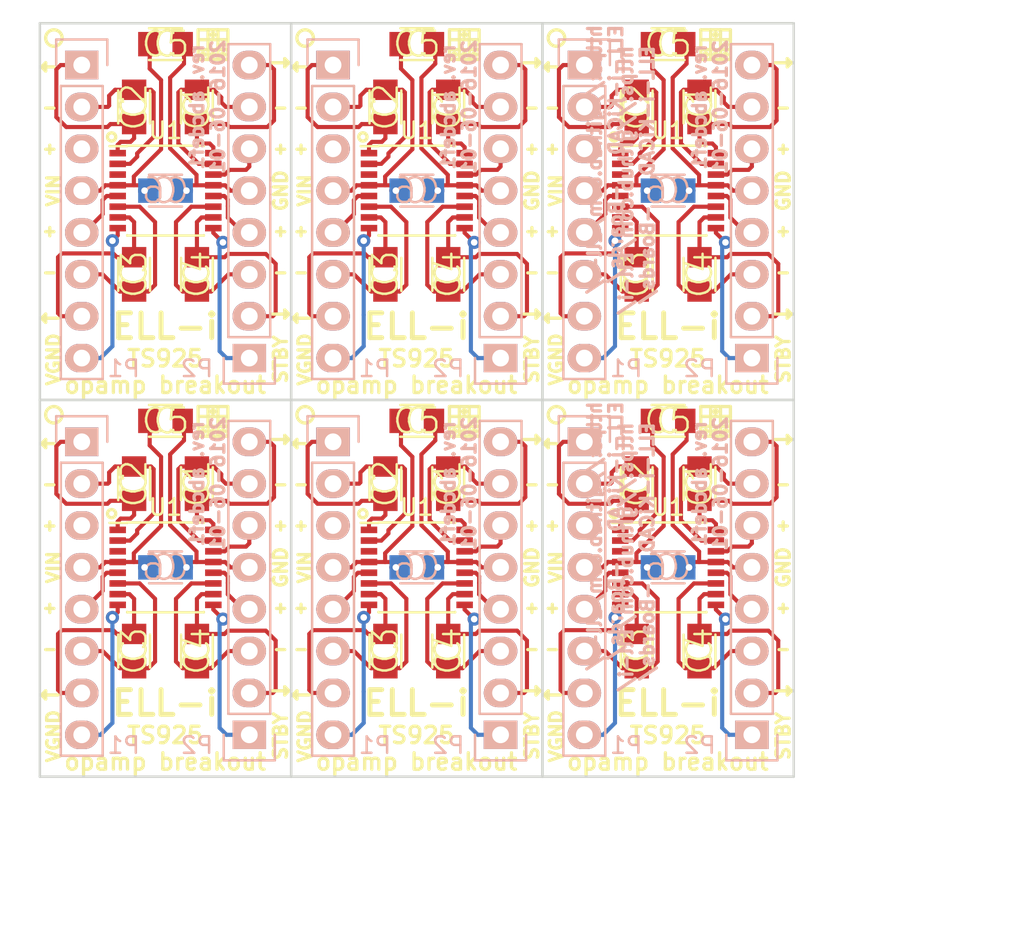
<source format=kicad_pcb>
(kicad_pcb (version 20221018) (generator pcbnew)
  (layers (0 "F.Cu" signal) (31 "B.Cu" signal) (34 "B.Paste" user) (35 "F.Paste" user) (36 "B.SilkS" user "B.Silkscreen") (37 "F.SilkS" user "F.Silkscreen") (38 "B.Mask" user) (39 "F.Mask" user) (44 "Edge.Cuts" user))
  (net 0 "")
  (net 1 "VCC")
  (net 2 "GND")
  (net 3 "/16")
  (net 4 "/15")
  (net 5 "/1")
  (net 6 "/3")
  (net 7 "/7")
  (net 8 "/6")
  (net 9 "/10")
  (net 10 "/11")
  (net 11 "/2")
  (net 12 "/5")
  (net 13 "/8")
  (net 14 "/9")
  (net 15 "/12")
  (net 16 "/14")
  (net 17 "Net-(U1-Pad3)")
  (footprint "footprints:SMD0805-CAP-M" (layer "F.Cu") (at 161.925 106.68 90)
    (fp_text reference "C1")
    (fp_text value "C")
  )
  (footprint "footprints:SMD0805-CAP-M" (layer "F.Cu") (at 158.115 106.68 90)
    (fp_text reference "C2")
    (fp_text value "C")
  )
  (footprint "footprints:SMD0805-CAP-M" (layer "F.Cu") (at 158.115 116.84 -90)
    (fp_text reference "C3")
    (fp_text value "C")
  )
  (footprint "footprints:SMD0805-CAP-M" (layer "F.Cu") (at 161.925 116.84 -90)
    (fp_text reference "C4")
    (fp_text value "C")
  )
  (footprint "footprints:SMD0805-CAP-M" (layer "F.Cu") (at 160.02 102.87)
    (fp_text reference "C5")
    (fp_text value "C")
  )
  (footprint "Housings_SSOP:SSOP-16_4.4x5.2mm_Pitch0.65mm" (layer "F.Cu") (at 160.02 111.76)
    (fp_text reference "U1")
    (fp_text value "TS925")
  )
  (footprint "footprints:SMD0805-CAP-M" (layer "F.Cu") (at 146.685 106.68 90)
    (fp_text reference "C1")
    (fp_text value "C")
  )
  (footprint "footprints:SMD0805-CAP-M" (layer "F.Cu") (at 142.875 106.68 90)
    (fp_text reference "C2")
    (fp_text value "C")
  )
  (footprint "footprints:SMD0805-CAP-M" (layer "F.Cu") (at 142.875 116.84 -90)
    (fp_text reference "C3")
    (fp_text value "C")
  )
  (footprint "footprints:SMD0805-CAP-M" (layer "F.Cu") (at 146.685 116.84 -90)
    (fp_text reference "C4")
    (fp_text value "C")
  )
  (footprint "footprints:SMD0805-CAP-M" (layer "F.Cu") (at 144.78 102.87)
    (fp_text reference "C5")
    (fp_text value "C")
  )
  (footprint "Housings_SSOP:SSOP-16_4.4x5.2mm_Pitch0.65mm" (layer "F.Cu") (at 144.78 111.76)
    (fp_text reference "U1")
    (fp_text value "TS925")
  )
  (footprint "Housings_SSOP:SSOP-16_4.4x5.2mm_Pitch0.65mm" (layer "F.Cu") (at 129.54 111.76)
    (fp_text reference "U1")
    (fp_text value "TS925")
  )
  (footprint "footprints:SMD0805-CAP-M" (layer "F.Cu") (at 129.54 102.87)
    (fp_text reference "C5")
    (fp_text value "C")
  )
  (footprint "footprints:SMD0805-CAP-M" (layer "F.Cu") (at 131.445 116.84 -90)
    (fp_text reference "C4")
    (fp_text value "C")
  )
  (footprint "footprints:SMD0805-CAP-M" (layer "F.Cu") (at 127.635 116.84 -90)
    (fp_text reference "C3")
    (fp_text value "C")
  )
  (footprint "footprints:SMD0805-CAP-M" (layer "F.Cu") (at 127.635 106.68 90)
    (fp_text reference "C2")
    (fp_text value "C")
  )
  (footprint "footprints:SMD0805-CAP-M" (layer "F.Cu") (at 131.445 106.68 90)
    (fp_text reference "C1")
    (fp_text value "C")
  )
  (footprint "footprints:SMD0805-CAP-M" (layer "F.Cu") (at 131.445 83.82 90)
    (fp_text reference "C1")
    (fp_text value "C")
  )
  (footprint "footprints:SMD0805-CAP-M" (layer "F.Cu") (at 127.635 83.82 90)
    (fp_text reference "C2")
    (fp_text value "C")
  )
  (footprint "footprints:SMD0805-CAP-M" (layer "F.Cu") (at 127.635 93.98 -90)
    (fp_text reference "C3")
    (fp_text value "C")
  )
  (footprint "footprints:SMD0805-CAP-M" (layer "F.Cu") (at 131.445 93.98 -90)
    (fp_text reference "C4")
    (fp_text value "C")
  )
  (footprint "footprints:SMD0805-CAP-M" (layer "F.Cu") (at 129.54 80.01)
    (fp_text reference "C5")
    (fp_text value "C")
  )
  (footprint "Housings_SSOP:SSOP-16_4.4x5.2mm_Pitch0.65mm" (layer "F.Cu") (at 129.54 88.9)
    (fp_text reference "U1")
    (fp_text value "TS925")
  )
  (footprint "Housings_SSOP:SSOP-16_4.4x5.2mm_Pitch0.65mm" (layer "F.Cu") (at 144.78 88.9)
    (fp_text reference "U1")
    (fp_text value "TS925")
  )
  (footprint "footprints:SMD0805-CAP-M" (layer "F.Cu") (at 144.78 80.01)
    (fp_text reference "C5")
    (fp_text value "C")
  )
  (footprint "footprints:SMD0805-CAP-M" (layer "F.Cu") (at 146.685 93.98 -90)
    (fp_text reference "C4")
    (fp_text value "C")
  )
  (footprint "footprints:SMD0805-CAP-M" (layer "F.Cu") (at 142.875 93.98 -90)
    (fp_text reference "C3")
    (fp_text value "C")
  )
  (footprint "footprints:SMD0805-CAP-M" (layer "F.Cu") (at 142.875 83.82 90)
    (fp_text reference "C2")
    (fp_text value "C")
  )
  (footprint "footprints:SMD0805-CAP-M" (layer "F.Cu") (at 146.685 83.82 90)
    (fp_text reference "C1")
    (fp_text value "C")
  )
  (footprint "footprints:SMD0805-CAP-M" (layer "F.Cu") (at 161.925 83.82 90)
    (fp_text reference "C1")
    (fp_text value "C")
  )
  (footprint "footprints:SMD0805-CAP-M" (layer "F.Cu") (at 158.115 83.82 90)
    (fp_text reference "C2")
    (fp_text value "C")
  )
  (footprint "footprints:SMD0805-CAP-M" (layer "F.Cu") (at 158.115 93.98 -90)
    (fp_text reference "C3")
    (fp_text value "C")
  )
  (footprint "footprints:SMD0805-CAP-M" (layer "F.Cu") (at 161.925 93.98 -90)
    (fp_text reference "C4")
    (fp_text value "C")
  )
  (footprint "footprints:SMD0805-CAP-M" (layer "F.Cu") (at 160.02 80.01)
    (fp_text reference "C5")
    (fp_text value "C")
  )
  (footprint "Housings_SSOP:SSOP-16_4.4x5.2mm_Pitch0.65mm" (layer "F.Cu") (at 160.02 88.9)
    (fp_text reference "U1")
    (fp_text value "TS925")
  )
  (footprint "footprints:SMD0805-CAP-M" (layer "B.Cu") (at 160.02 111.76)
    (fp_text reference "C6")
    (fp_text value "C")
  )
  (footprint "Pin_Headers:Pin_Header_Straight_1x08" (layer "B.Cu") (at 154.94 104.14 180)
    (fp_text reference "P1")
    (fp_text value "CONN_01X08")
  )
  (footprint "Pin_Headers:Pin_Header_Straight_1x08" (layer "B.Cu") (at 165.1 121.92)
    (fp_text reference "P2")
    (fp_text value "CONN_01X08")
  )
  (footprint "footprints:SMD0805-CAP-M" (layer "B.Cu") (at 144.78 111.76)
    (fp_text reference "C6")
    (fp_text value "C")
  )
  (footprint "Pin_Headers:Pin_Header_Straight_1x08" (layer "B.Cu") (at 139.7 104.14 180)
    (fp_text reference "P1")
    (fp_text value "CONN_01X08")
  )
  (footprint "Pin_Headers:Pin_Header_Straight_1x08" (layer "B.Cu") (at 149.86 121.92)
    (fp_text reference "P2")
    (fp_text value "CONN_01X08")
  )
  (footprint "Pin_Headers:Pin_Header_Straight_1x08" (layer "B.Cu") (at 134.62 121.92)
    (fp_text reference "P2")
    (fp_text value "CONN_01X08")
  )
  (footprint "Pin_Headers:Pin_Header_Straight_1x08" (layer "B.Cu") (at 124.46 104.14 180)
    (fp_text reference "P1")
    (fp_text value "CONN_01X08")
  )
  (footprint "footprints:SMD0805-CAP-M" (layer "B.Cu") (at 129.54 111.76)
    (fp_text reference "C6")
    (fp_text value "C")
  )
  (footprint "footprints:SMD0805-CAP-M" (layer "B.Cu") (at 129.54 88.9)
    (fp_text reference "C6")
    (fp_text value "C")
  )
  (footprint "Pin_Headers:Pin_Header_Straight_1x08" (layer "B.Cu") (at 124.46 81.28 180)
    (fp_text reference "P1")
    (fp_text value "CONN_01X08")
  )
  (footprint "Pin_Headers:Pin_Header_Straight_1x08" (layer "B.Cu") (at 134.62 99.06)
    (fp_text reference "P2")
    (fp_text value "CONN_01X08")
  )
  (footprint "Pin_Headers:Pin_Header_Straight_1x08" (layer "B.Cu") (at 149.86 99.06)
    (fp_text reference "P2")
    (fp_text value "CONN_01X08")
  )
  (footprint "Pin_Headers:Pin_Header_Straight_1x08" (layer "B.Cu") (at 139.7 81.28 180)
    (fp_text reference "P1")
    (fp_text value "CONN_01X08")
  )
  (footprint "footprints:SMD0805-CAP-M" (layer "B.Cu") (at 144.78 88.9)
    (fp_text reference "C6")
    (fp_text value "C")
  )
  (footprint "footprints:SMD0805-CAP-M" (layer "B.Cu") (at 160.02 88.9)
    (fp_text reference "C6")
    (fp_text value "C")
  )
  (footprint "Pin_Headers:Pin_Header_Straight_1x08" (layer "B.Cu") (at 154.94 81.28 180)
    (fp_text reference "P1")
    (fp_text value "CONN_01X08")
  )
  (footprint "Pin_Headers:Pin_Header_Straight_1x08" (layer "B.Cu") (at 165.1 99.06)
    (fp_text reference "P2")
    (fp_text value "CONN_01X08")
  )
  (gr_circle (center 147.06 103.5) (end 147.16 103.5) (stroke (width 0.2)) (fill none) (layer "F.SilkS"))
  (gr_circle (center 147.66 103.5) (end 147.76 103.5) (stroke (width 0.2)) (fill none) (layer "F.SilkS"))
  (gr_circle (center 148.26 103.5) (end 148.36 103.5) (stroke (width 0.2)) (fill none) (layer "F.SilkS"))
  (gr_circle (center 148.26 102.9) (end 148.36 102.9) (stroke (width 0.2)) (fill none) (layer "F.SilkS"))
  (gr_circle (center 147.66 102.3) (end 147.76 102.3) (stroke (width 0.2)) (fill none) (layer "F.SilkS"))
  (gr_line (start 147.96 102) (end 147.96 103.8) (stroke (width 0.2)) (layer "F.SilkS"))
  (gr_line (start 147.36 103.8) (end 147.36 102) (stroke (width 0.2)) (layer "F.SilkS"))
  (gr_line (start 148.56 103.2) (end 146.76 103.2) (stroke (width 0.2)) (layer "F.SilkS"))
  (gr_line (start 146.76 102.6) (end 148.56 102.6) (stroke (width 0.2)) (layer "F.SilkS"))
  (gr_line (start 146.76 103.8) (end 146.76 102) (stroke (width 0.2)) (layer "F.SilkS"))
  (gr_line (start 148.56 103.8) (end 146.76 103.8) (stroke (width 0.2)) (layer "F.SilkS"))
  (gr_line (start 148.56 102) (end 148.56 103.8) (stroke (width 0.2)) (layer "F.SilkS"))
  (gr_line (start 146.76 102) (end 148.56 102) (stroke (width 0.2)) (layer "F.SilkS"))
  (gr_circle (center 141.51 108.5) (end 141.76 108.5) (stroke (width 0.2)) (fill none) (layer "F.SilkS"))
  (gr_circle (center 138.01 102.5) (end 138.51 102.5) (stroke (width 0.2)) (fill none) (layer "F.SilkS"))
  (gr_line (start 152.01 119.5) (end 152.26 119.25) (stroke (width 0.2)) (layer "F.SilkS"))
  (gr_line (start 152.01 119) (end 152.01 119.5) (stroke (width 0.2)) (layer "F.SilkS"))
  (gr_line (start 152.26 119.25) (end 152.01 119) (stroke (width 0.2)) (layer "F.SilkS"))
  (gr_line (start 151.26 119.25) (end 152.26 119.25) (stroke (width 0.2)) (layer "F.SilkS"))
  (gr_line (start 152.01 116.75) (end 151.51 116.75) (stroke (width 0.2)) (layer "F.SilkS"))
  (gr_line (start 151.76 114) (end 151.76 114.5) (stroke (width 0.2)) (layer "F.SilkS"))
  (gr_line (start 152.01 114.25) (end 151.51 114.25) (stroke (width 0.2)) (layer "F.SilkS"))
  (gr_line (start 152.01 104.25) (end 152.26 104) (stroke (width 0.2)) (layer "F.SilkS"))
  (gr_line (start 152.01 103.75) (end 152.01 104.25) (stroke (width 0.2)) (layer "F.SilkS"))
  (gr_line (start 152.26 104) (end 152.01 103.75) (stroke (width 0.2)) (layer "F.SilkS"))
  (gr_line (start 151.26 104) (end 152.26 104) (stroke (width 0.2)) (layer "F.SilkS"))
  (gr_line (start 151.51 106.75) (end 152.01 106.75) (stroke (width 0.2)) (layer "F.SilkS"))
  (gr_line (start 151.76 109) (end 151.76 109.5) (stroke (width 0.2)) (layer "F.SilkS"))
  (gr_line (start 151.51 109.25) (end 152.01 109.25) (stroke (width 0.2)) (layer "F.SilkS"))
  (gr_line (start 137.76 114) (end 137.76 114.5) (stroke (width 0.2)) (layer "F.SilkS"))
  (gr_line (start 138.01 114.25) (end 137.51 114.25) (stroke (width 0.2)) (layer "F.SilkS"))
  (gr_line (start 137.51 116.75) (end 138.01 116.75) (stroke (width 0.2)) (layer "F.SilkS"))
  (gr_line (start 137.51 119.75) (end 137.26 119.5) (stroke (width 0.2)) (layer "F.SilkS"))
  (gr_line (start 137.51 119.25) (end 137.51 119.75) (stroke (width 0.2)) (layer "F.SilkS"))
  (gr_line (start 137.26 119.5) (end 137.51 119.25) (stroke (width 0.2)) (layer "F.SilkS"))
  (gr_line (start 138.26 119.5) (end 137.26 119.5) (stroke (width 0.2)) (layer "F.SilkS"))
  (gr_line (start 138.01 109.25) (end 137.51 109.25) (stroke (width 0.2)) (layer "F.SilkS"))
  (gr_line (start 137.76 109.5) (end 137.76 109) (stroke (width 0.2)) (layer "F.SilkS"))
  (gr_line (start 137.51 106.75) (end 138.01 106.75) (stroke (width 0.2)) (layer "F.SilkS"))
  (gr_line (start 137.51 104.5) (end 137.26 104.25) (stroke (width 0.2)) (layer "F.SilkS"))
  (gr_line (start 137.51 104) (end 137.51 104.5) (stroke (width 0.2)) (layer "F.SilkS"))
  (gr_line (start 137.26 104.25) (end 137.51 104) (stroke (width 0.2)) (layer "F.SilkS"))
  (gr_line (start 138.01 104.25) (end 137.26 104.25) (stroke (width 0.2)) (layer "F.SilkS"))
  (gr_line (start 122.77 104.25) (end 122.02 104.25) (stroke (width 0.2)) (layer "F.SilkS"))
  (gr_line (start 122.02 104.25) (end 122.27 104) (stroke (width 0.2)) (layer "F.SilkS"))
  (gr_line (start 122.27 104) (end 122.27 104.5) (stroke (width 0.2)) (layer "F.SilkS"))
  (gr_line (start 122.27 104.5) (end 122.02 104.25) (stroke (width 0.2)) (layer "F.SilkS"))
  (gr_line (start 122.27 106.75) (end 122.77 106.75) (stroke (width 0.2)) (layer "F.SilkS"))
  (gr_line (start 122.52 109.5) (end 122.52 109) (stroke (width 0.2)) (layer "F.SilkS"))
  (gr_line (start 122.77 109.25) (end 122.27 109.25) (stroke (width 0.2)) (layer "F.SilkS"))
  (gr_line (start 123.02 119.5) (end 122.02 119.5) (stroke (width 0.2)) (layer "F.SilkS"))
  (gr_line (start 122.02 119.5) (end 122.27 119.25) (stroke (width 0.2)) (layer "F.SilkS"))
  (gr_line (start 122.27 119.25) (end 122.27 119.75) (stroke (width 0.2)) (layer "F.SilkS"))
  (gr_line (start 122.27 119.75) (end 122.02 119.5) (stroke (width 0.2)) (layer "F.SilkS"))
  (gr_line (start 122.27 116.75) (end 122.77 116.75) (stroke (width 0.2)) (layer "F.SilkS"))
  (gr_line (start 122.77 114.25) (end 122.27 114.25) (stroke (width 0.2)) (layer "F.SilkS"))
  (gr_line (start 122.52 114) (end 122.52 114.5) (stroke (width 0.2)) (layer "F.SilkS"))
  (gr_line (start 136.27 109.25) (end 136.77 109.25) (stroke (width 0.2)) (layer "F.SilkS"))
  (gr_line (start 136.52 109) (end 136.52 109.5) (stroke (width 0.2)) (layer "F.SilkS"))
  (gr_line (start 136.27 106.75) (end 136.77 106.75) (stroke (width 0.2)) (layer "F.SilkS"))
  (gr_line (start 136.02 104) (end 137.02 104) (stroke (width 0.2)) (layer "F.SilkS"))
  (gr_line (start 137.02 104) (end 136.77 103.75) (stroke (width 0.2)) (layer "F.SilkS"))
  (gr_line (start 136.77 103.75) (end 136.77 104.25) (stroke (width 0.2)) (layer "F.SilkS"))
  (gr_line (start 136.77 104.25) (end 137.02 104) (stroke (width 0.2)) (layer "F.SilkS"))
  (gr_line (start 136.77 114.25) (end 136.27 114.25) (stroke (width 0.2)) (layer "F.SilkS"))
  (gr_line (start 136.52 114) (end 136.52 114.5) (stroke (width 0.2)) (layer "F.SilkS"))
  (gr_line (start 136.77 116.75) (end 136.27 116.75) (stroke (width 0.2)) (layer "F.SilkS"))
  (gr_line (start 136.02 119.25) (end 137.02 119.25) (stroke (width 0.2)) (layer "F.SilkS"))
  (gr_line (start 137.02 119.25) (end 136.77 119) (stroke (width 0.2)) (layer "F.SilkS"))
  (gr_line (start 136.77 119) (end 136.77 119.5) (stroke (width 0.2)) (layer "F.SilkS"))
  (gr_line (start 136.77 119.5) (end 137.02 119.25) (stroke (width 0.2)) (layer "F.SilkS"))
  (gr_circle (center 122.77 102.5) (end 123.27 102.5) (stroke (width 0.2)) (fill none) (layer "F.SilkS"))
  (gr_circle (center 126.27 108.5) (end 126.52 108.5) (stroke (width 0.2)) (fill none) (layer "F.SilkS"))
  (gr_line (start 131.52 102) (end 133.32 102) (stroke (width 0.2)) (layer "F.SilkS"))
  (gr_line (start 133.32 102) (end 133.32 103.8) (stroke (width 0.2)) (layer "F.SilkS"))
  (gr_line (start 133.32 103.8) (end 131.52 103.8) (stroke (width 0.2)) (layer "F.SilkS"))
  (gr_line (start 131.52 103.8) (end 131.52 102) (stroke (width 0.2)) (layer "F.SilkS"))
  (gr_line (start 131.52 102.6) (end 133.32 102.6) (stroke (width 0.2)) (layer "F.SilkS"))
  (gr_line (start 133.32 103.2) (end 131.52 103.2) (stroke (width 0.2)) (layer "F.SilkS"))
  (gr_line (start 132.12 103.8) (end 132.12 102) (stroke (width 0.2)) (layer "F.SilkS"))
  (gr_line (start 132.72 102) (end 132.72 103.8) (stroke (width 0.2)) (layer "F.SilkS"))
  (gr_circle (center 132.42 102.3) (end 132.52 102.3) (stroke (width 0.2)) (fill none) (layer "F.SilkS"))
  (gr_circle (center 133.02 102.9) (end 133.12 102.9) (stroke (width 0.2)) (fill none) (layer "F.SilkS"))
  (gr_circle (center 133.02 103.5) (end 133.12 103.5) (stroke (width 0.2)) (fill none) (layer "F.SilkS"))
  (gr_circle (center 132.42 103.5) (end 132.52 103.5) (stroke (width 0.2)) (fill none) (layer "F.SilkS"))
  (gr_circle (center 131.82 103.5) (end 131.92 103.5) (stroke (width 0.2)) (fill none) (layer "F.SilkS"))
  (gr_circle (center 131.82 80.64) (end 131.92 80.64) (stroke (width 0.2)) (fill none) (layer "F.SilkS"))
  (gr_circle (center 132.42 80.64) (end 132.52 80.64) (stroke (width 0.2)) (fill none) (layer "F.SilkS"))
  (gr_circle (center 133.02 80.64) (end 133.12 80.64) (stroke (width 0.2)) (fill none) (layer "F.SilkS"))
  (gr_circle (center 133.02 80.04) (end 133.12 80.04) (stroke (width 0.2)) (fill none) (layer "F.SilkS"))
  (gr_circle (center 132.42 79.44) (end 132.52 79.44) (stroke (width 0.2)) (fill none) (layer "F.SilkS"))
  (gr_line (start 132.72 79.14) (end 132.72 80.94) (stroke (width 0.2)) (layer "F.SilkS"))
  (gr_line (start 132.12 80.94) (end 132.12 79.14) (stroke (width 0.2)) (layer "F.SilkS"))
  (gr_line (start 133.32 80.34) (end 131.52 80.34) (stroke (width 0.2)) (layer "F.SilkS"))
  (gr_line (start 131.52 79.74) (end 133.32 79.74) (stroke (width 0.2)) (layer "F.SilkS"))
  (gr_line (start 131.52 80.94) (end 131.52 79.14) (stroke (width 0.2)) (layer "F.SilkS"))
  (gr_line (start 133.32 80.94) (end 131.52 80.94) (stroke (width 0.2)) (layer "F.SilkS"))
  (gr_line (start 133.32 79.14) (end 133.32 80.94) (stroke (width 0.2)) (layer "F.SilkS"))
  (gr_line (start 131.52 79.14) (end 133.32 79.14) (stroke (width 0.2)) (layer "F.SilkS"))
  (gr_circle (center 126.27 85.64) (end 126.52 85.64) (stroke (width 0.2)) (fill none) (layer "F.SilkS"))
  (gr_circle (center 122.77 79.64) (end 123.27 79.64) (stroke (width 0.2)) (fill none) (layer "F.SilkS"))
  (gr_line (start 136.77 96.64) (end 137.02 96.39) (stroke (width 0.2)) (layer "F.SilkS"))
  (gr_line (start 136.77 96.14) (end 136.77 96.64) (stroke (width 0.2)) (layer "F.SilkS"))
  (gr_line (start 137.02 96.39) (end 136.77 96.14) (stroke (width 0.2)) (layer "F.SilkS"))
  (gr_line (start 136.02 96.39) (end 137.02 96.39) (stroke (width 0.2)) (layer "F.SilkS"))
  (gr_line (start 136.77 93.89) (end 136.27 93.89) (stroke (width 0.2)) (layer "F.SilkS"))
  (gr_line (start 136.52 91.14) (end 136.52 91.64) (stroke (width 0.2)) (layer "F.SilkS"))
  (gr_line (start 136.77 91.39) (end 136.27 91.39) (stroke (width 0.2)) (layer "F.SilkS"))
  (gr_line (start 136.77 81.39) (end 137.02 81.14) (stroke (width 0.2)) (layer "F.SilkS"))
  (gr_line (start 136.77 80.89) (end 136.77 81.39) (stroke (width 0.2)) (layer "F.SilkS"))
  (gr_line (start 137.02 81.14) (end 136.77 80.89) (stroke (width 0.2)) (layer "F.SilkS"))
  (gr_line (start 136.02 81.14) (end 137.02 81.14) (stroke (width 0.2)) (layer "F.SilkS"))
  (gr_line (start 136.27 83.89) (end 136.77 83.89) (stroke (width 0.2)) (layer "F.SilkS"))
  (gr_line (start 136.52 86.14) (end 136.52 86.64) (stroke (width 0.2)) (layer "F.SilkS"))
  (gr_line (start 136.27 86.39) (end 136.77 86.39) (stroke (width 0.2)) (layer "F.SilkS"))
  (gr_line (start 122.52 91.14) (end 122.52 91.64) (stroke (width 0.2)) (layer "F.SilkS"))
  (gr_line (start 122.77 91.39) (end 122.27 91.39) (stroke (width 0.2)) (layer "F.SilkS"))
  (gr_line (start 122.27 93.89) (end 122.77 93.89) (stroke (width 0.2)) (layer "F.SilkS"))
  (gr_line (start 122.27 96.89) (end 122.02 96.64) (stroke (width 0.2)) (layer "F.SilkS"))
  (gr_line (start 122.27 96.39) (end 122.27 96.89) (stroke (width 0.2)) (layer "F.SilkS"))
  (gr_line (start 122.02 96.64) (end 122.27 96.39) (stroke (width 0.2)) (layer "F.SilkS"))
  (gr_line (start 123.02 96.64) (end 122.02 96.64) (stroke (width 0.2)) (layer "F.SilkS"))
  (gr_line (start 122.77 86.39) (end 122.27 86.39) (stroke (width 0.2)) (layer "F.SilkS"))
  (gr_line (start 122.52 86.64) (end 122.52 86.14) (stroke (width 0.2)) (layer "F.SilkS"))
  (gr_line (start 122.27 83.89) (end 122.77 83.89) (stroke (width 0.2)) (layer "F.SilkS"))
  (gr_line (start 122.27 81.64) (end 122.02 81.39) (stroke (width 0.2)) (layer "F.SilkS"))
  (gr_line (start 122.27 81.14) (end 122.27 81.64) (stroke (width 0.2)) (layer "F.SilkS"))
  (gr_line (start 122.02 81.39) (end 122.27 81.14) (stroke (width 0.2)) (layer "F.SilkS"))
  (gr_line (start 122.77 81.39) (end 122.02 81.39) (stroke (width 0.2)) (layer "F.SilkS"))
  (gr_line (start 138.01 81.39) (end 137.26 81.39) (stroke (width 0.2)) (layer "F.SilkS"))
  (gr_line (start 137.26 81.39) (end 137.51 81.14) (stroke (width 0.2)) (layer "F.SilkS"))
  (gr_line (start 137.51 81.14) (end 137.51 81.64) (stroke (width 0.2)) (layer "F.SilkS"))
  (gr_line (start 137.51 81.64) (end 137.26 81.39) (stroke (width 0.2)) (layer "F.SilkS"))
  (gr_line (start 137.51 83.89) (end 138.01 83.89) (stroke (width 0.2)) (layer "F.SilkS"))
  (gr_line (start 137.76 86.64) (end 137.76 86.14) (stroke (width 0.2)) (layer "F.SilkS"))
  (gr_line (start 138.01 86.39) (end 137.51 86.39) (stroke (width 0.2)) (layer "F.SilkS"))
  (gr_line (start 138.26 96.64) (end 137.26 96.64) (stroke (width 0.2)) (layer "F.SilkS"))
  (gr_line (start 137.26 96.64) (end 137.51 96.39) (stroke (width 0.2)) (layer "F.SilkS"))
  (gr_line (start 137.51 96.39) (end 137.51 96.89) (stroke (width 0.2)) (layer "F.SilkS"))
  (gr_line (start 137.51 96.89) (end 137.26 96.64) (stroke (width 0.2)) (layer "F.SilkS"))
  (gr_line (start 137.51 93.89) (end 138.01 93.89) (stroke (width 0.2)) (layer "F.SilkS"))
  (gr_line (start 138.01 91.39) (end 137.51 91.39) (stroke (width 0.2)) (layer "F.SilkS"))
  (gr_line (start 137.76 91.14) (end 137.76 91.64) (stroke (width 0.2)) (layer "F.SilkS"))
  (gr_line (start 151.51 86.39) (end 152.01 86.39) (stroke (width 0.2)) (layer "F.SilkS"))
  (gr_line (start 151.76 86.14) (end 151.76 86.64) (stroke (width 0.2)) (layer "F.SilkS"))
  (gr_line (start 151.51 83.89) (end 152.01 83.89) (stroke (width 0.2)) (layer "F.SilkS"))
  (gr_line (start 151.26 81.14) (end 152.26 81.14) (stroke (width 0.2)) (layer "F.SilkS"))
  (gr_line (start 152.26 81.14) (end 152.01 80.89) (stroke (width 0.2)) (layer "F.SilkS"))
  (gr_line (start 152.01 80.89) (end 152.01 81.39) (stroke (width 0.2)) (layer "F.SilkS"))
  (gr_line (start 152.01 81.39) (end 152.26 81.14) (stroke (width 0.2)) (layer "F.SilkS"))
  (gr_line (start 152.01 91.39) (end 151.51 91.39) (stroke (width 0.2)) (layer "F.SilkS"))
  (gr_line (start 151.76 91.14) (end 151.76 91.64) (stroke (width 0.2)) (layer "F.SilkS"))
  (gr_line (start 152.01 93.89) (end 151.51 93.89) (stroke (width 0.2)) (layer "F.SilkS"))
  (gr_line (start 151.26 96.39) (end 152.26 96.39) (stroke (width 0.2)) (layer "F.SilkS"))
  (gr_line (start 152.26 96.39) (end 152.01 96.14) (stroke (width 0.2)) (layer "F.SilkS"))
  (gr_line (start 152.01 96.14) (end 152.01 96.64) (stroke (width 0.2)) (layer "F.SilkS"))
  (gr_line (start 152.01 96.64) (end 152.26 96.39) (stroke (width 0.2)) (layer "F.SilkS"))
  (gr_circle (center 138.01 79.64) (end 138.51 79.64) (stroke (width 0.2)) (fill none) (layer "F.SilkS"))
  (gr_circle (center 141.51 85.64) (end 141.76 85.64) (stroke (width 0.2)) (fill none) (layer "F.SilkS"))
  (gr_line (start 146.76 79.14) (end 148.56 79.14) (stroke (width 0.2)) (layer "F.SilkS"))
  (gr_line (start 148.56 79.14) (end 148.56 80.94) (stroke (width 0.2)) (layer "F.SilkS"))
  (gr_line (start 148.56 80.94) (end 146.76 80.94) (stroke (width 0.2)) (layer "F.SilkS"))
  (gr_line (start 146.76 80.94) (end 146.76 79.14) (stroke (width 0.2)) (layer "F.SilkS"))
  (gr_line (start 146.76 79.74) (end 148.56 79.74) (stroke (width 0.2)) (layer "F.SilkS"))
  (gr_line (start 148.56 80.34) (end 146.76 80.34) (stroke (width 0.2)) (layer "F.SilkS"))
  (gr_line (start 147.36 80.94) (end 147.36 79.14) (stroke (width 0.2)) (layer "F.SilkS"))
  (gr_line (start 147.96 79.14) (end 147.96 80.94) (stroke (width 0.2)) (layer "F.SilkS"))
  (gr_circle (center 147.66 79.44) (end 147.76 79.44) (stroke (width 0.2)) (fill none) (layer "F.SilkS"))
  (gr_circle (center 148.26 80.04) (end 148.36 80.04) (stroke (width 0.2)) (fill none) (layer "F.SilkS"))
  (gr_circle (center 148.26 80.64) (end 148.36 80.64) (stroke (width 0.2)) (fill none) (layer "F.SilkS"))
  (gr_circle (center 147.66 80.64) (end 147.76 80.64) (stroke (width 0.2)) (fill none) (layer "F.SilkS"))
  (gr_circle (center 147.06 80.64) (end 147.16 80.64) (stroke (width 0.2)) (fill none) (layer "F.SilkS"))
  (gr_circle (center 162.3 80.64) (end 162.4 80.64) (stroke (width 0.2)) (fill none) (layer "F.SilkS"))
  (gr_circle (center 162.9 80.64) (end 163 80.64) (stroke (width 0.2)) (fill none) (layer "F.SilkS"))
  (gr_circle (center 163.5 80.64) (end 163.6 80.64) (stroke (width 0.2)) (fill none) (layer "F.SilkS"))
  (gr_circle (center 163.5 80.04) (end 163.6 80.04) (stroke (width 0.2)) (fill none) (layer "F.SilkS"))
  (gr_circle (center 162.9 79.44) (end 163 79.44) (stroke (width 0.2)) (fill none) (layer "F.SilkS"))
  (gr_line (start 163.2 79.14) (end 163.2 80.94) (stroke (width 0.2)) (layer "F.SilkS"))
  (gr_line (start 162.6 80.94) (end 162.6 79.14) (stroke (width 0.2)) (layer "F.SilkS"))
  (gr_line (start 163.8 80.34) (end 162 80.34) (stroke (width 0.2)) (layer "F.SilkS"))
  (gr_line (start 162 79.74) (end 163.8 79.74) (stroke (width 0.2)) (layer "F.SilkS"))
  (gr_line (start 162 80.94) (end 162 79.14) (stroke (width 0.2)) (layer "F.SilkS"))
  (gr_line (start 163.8 80.94) (end 162 80.94) (stroke (width 0.2)) (layer "F.SilkS"))
  (gr_line (start 163.8 79.14) (end 163.8 80.94) (stroke (width 0.2)) (layer "F.SilkS"))
  (gr_line (start 162 79.14) (end 163.8 79.14) (stroke (width 0.2)) (layer "F.SilkS"))
  (gr_circle (center 156.75 85.64) (end 157 85.64) (stroke (width 0.2)) (fill none) (layer "F.SilkS"))
  (gr_circle (center 153.25 79.64) (end 153.75 79.64) (stroke (width 0.2)) (fill none) (layer "F.SilkS"))
  (gr_line (start 167.25 96.64) (end 167.5 96.39) (stroke (width 0.2)) (layer "F.SilkS"))
  (gr_line (start 167.25 96.14) (end 167.25 96.64) (stroke (width 0.2)) (layer "F.SilkS"))
  (gr_line (start 167.5 96.39) (end 167.25 96.14) (stroke (width 0.2)) (layer "F.SilkS"))
  (gr_line (start 166.5 96.39) (end 167.5 96.39) (stroke (width 0.2)) (layer "F.SilkS"))
  (gr_line (start 167.25 93.89) (end 166.75 93.89) (stroke (width 0.2)) (layer "F.SilkS"))
  (gr_line (start 167 91.14) (end 167 91.64) (stroke (width 0.2)) (layer "F.SilkS"))
  (gr_line (start 167.25 91.39) (end 166.75 91.39) (stroke (width 0.2)) (layer "F.SilkS"))
  (gr_line (start 167.25 81.39) (end 167.5 81.14) (stroke (width 0.2)) (layer "F.SilkS"))
  (gr_line (start 167.25 80.89) (end 167.25 81.39) (stroke (width 0.2)) (layer "F.SilkS"))
  (gr_line (start 167.5 81.14) (end 167.25 80.89) (stroke (width 0.2)) (layer "F.SilkS"))
  (gr_line (start 166.5 81.14) (end 167.5 81.14) (stroke (width 0.2)) (layer "F.SilkS"))
  (gr_line (start 166.75 83.89) (end 167.25 83.89) (stroke (width 0.2)) (layer "F.SilkS"))
  (gr_line (start 167 86.14) (end 167 86.64) (stroke (width 0.2)) (layer "F.SilkS"))
  (gr_line (start 166.75 86.39) (end 167.25 86.39) (stroke (width 0.2)) (layer "F.SilkS"))
  (gr_line (start 153 91.14) (end 153 91.64) (stroke (width 0.2)) (layer "F.SilkS"))
  (gr_line (start 153.25 91.39) (end 152.75 91.39) (stroke (width 0.2)) (layer "F.SilkS"))
  (gr_line (start 152.75 93.89) (end 153.25 93.89) (stroke (width 0.2)) (layer "F.SilkS"))
  (gr_line (start 152.75 96.89) (end 152.5 96.64) (stroke (width 0.2)) (layer "F.SilkS"))
  (gr_line (start 152.75 96.39) (end 152.75 96.89) (stroke (width 0.2)) (layer "F.SilkS"))
  (gr_line (start 152.5 96.64) (end 152.75 96.39) (stroke (width 0.2)) (layer "F.SilkS"))
  (gr_line (start 153.5 96.64) (end 152.5 96.64) (stroke (width 0.2)) (layer "F.SilkS"))
  (gr_line (start 153.25 86.39) (end 152.75 86.39) (stroke (width 0.2)) (layer "F.SilkS"))
  (gr_line (start 153 86.64) (end 153 86.14) (stroke (width 0.2)) (layer "F.SilkS"))
  (gr_line (start 152.75 83.89) (end 153.25 83.89) (stroke (width 0.2)) (layer "F.SilkS"))
  (gr_line (start 152.75 81.64) (end 152.5 81.39) (stroke (width 0.2)) (layer "F.SilkS"))
  (gr_line (start 152.75 81.14) (end 152.75 81.64) (stroke (width 0.2)) (layer "F.SilkS"))
  (gr_line (start 152.5 81.39) (end 152.75 81.14) (stroke (width 0.2)) (layer "F.SilkS"))
  (gr_line (start 153.25 81.39) (end 152.5 81.39) (stroke (width 0.2)) (layer "F.SilkS"))
  (gr_line (start 153.25 114.25) (end 152.75 114.25) (stroke (width 0.2)) (layer "F.SilkS"))
  (gr_line (start 152.75 104.5) (end 152.5 104.25) (stroke (width 0.2)) (layer "F.SilkS"))
  (gr_circle (center 163.5 102.9) (end 163.6 102.9) (stroke (width 0.2)) (fill none) (layer "F.SilkS"))
  (gr_circle (center 156.75 108.5) (end 157 108.5) (stroke (width 0.2)) (fill none) (layer "F.SilkS"))
  (gr_line (start 167 109) (end 167 109.5) (stroke (width 0.2)) (layer "F.SilkS"))
  (gr_line (start 162.6 103.8) (end 162.6 102) (stroke (width 0.2)) (layer "F.SilkS"))
  (gr_line (start 153.25 104.25) (end 152.5 104.25) (stroke (width 0.2)) (layer "F.SilkS"))
  (gr_line (start 163.8 102) (end 163.8 103.8) (stroke (width 0.2)) (layer "F.SilkS"))
  (gr_line (start 167.25 119.5) (end 167.5 119.25) (stroke (width 0.2)) (layer "F.SilkS"))
  (gr_line (start 163.2 102) (end 163.2 103.8) (stroke (width 0.2)) (layer "F.SilkS"))
  (gr_line (start 152.75 119.25) (end 152.75 119.75) (stroke (width 0.2)) (layer "F.SilkS"))
  (gr_line (start 166.5 104) (end 167.5 104) (stroke (width 0.2)) (layer "F.SilkS"))
  (gr_line (start 167.5 119.25) (end 167.25 119) (stroke (width 0.2)) (layer "F.SilkS"))
  (gr_line (start 152.75 104) (end 152.75 104.5) (stroke (width 0.2)) (layer "F.SilkS"))
  (gr_line (start 152.75 119.75) (end 152.5 119.5) (stroke (width 0.2)) (layer "F.SilkS"))
  (gr_line (start 162 102.6) (end 163.8 102.6) (stroke (width 0.2)) (layer "F.SilkS"))
  (gr_line (start 167.5 104) (end 167.25 103.75) (stroke (width 0.2)) (layer "F.SilkS"))
  (gr_line (start 152.75 116.75) (end 153.25 116.75) (stroke (width 0.2)) (layer "F.SilkS"))
  (gr_circle (center 163.5 103.5) (end 163.6 103.5) (stroke (width 0.2)) (fill none) (layer "F.SilkS"))
  (gr_circle (center 162.3 103.5) (end 162.4 103.5) (stroke (width 0.2)) (fill none) (layer "F.SilkS"))
  (gr_line (start 152.75 106.75) (end 153.25 106.75) (stroke (width 0.2)) (layer "F.SilkS"))
  (gr_circle (center 162.9 102.3) (end 163 102.3) (stroke (width 0.2)) (fill none) (layer "F.SilkS"))
  (gr_line (start 167 114) (end 167 114.5) (stroke (width 0.2)) (layer "F.SilkS"))
  (gr_line (start 163.8 103.8) (end 162 103.8) (stroke (width 0.2)) (layer "F.SilkS"))
  (gr_line (start 166.5 119.25) (end 167.5 119.25) (stroke (width 0.2)) (layer "F.SilkS"))
  (gr_line (start 167.25 104.25) (end 167.5 104) (stroke (width 0.2)) (layer "F.SilkS"))
  (gr_line (start 167.25 114.25) (end 166.75 114.25) (stroke (width 0.2)) (layer "F.SilkS"))
  (gr_line (start 153 109.5) (end 153 109) (stroke (width 0.2)) (layer "F.SilkS"))
  (gr_circle (center 162.9 103.5) (end 163 103.5) (stroke (width 0.2)) (fill none) (layer "F.SilkS"))
  (gr_line (start 166.75 106.75) (end 167.25 106.75) (stroke (width 0.2)) (layer "F.SilkS"))
  (gr_line (start 162 103.8) (end 162 102) (stroke (width 0.2)) (layer "F.SilkS"))
  (gr_line (start 162 102) (end 163.8 102) (stroke (width 0.2)) (layer "F.SilkS"))
  (gr_line (start 167.25 119) (end 167.25 119.5) (stroke (width 0.2)) (layer "F.SilkS"))
  (gr_line (start 167.25 103.75) (end 167.25 104.25) (stroke (width 0.2)) (layer "F.SilkS"))
  (gr_line (start 163.8 103.2) (end 162 103.2) (stroke (width 0.2)) (layer "F.SilkS"))
  (gr_line (start 153.25 109.25) (end 152.75 109.25) (stroke (width 0.2)) (layer "F.SilkS"))
  (gr_line (start 152.5 104.25) (end 152.75 104) (stroke (width 0.2)) (layer "F.SilkS"))
  (gr_line (start 153.5 119.5) (end 152.5 119.5) (stroke (width 0.2)) (layer "F.SilkS"))
  (gr_circle (center 153.25 102.5) (end 153.75 102.5) (stroke (width 0.2)) (fill none) (layer "F.SilkS"))
  (gr_line (start 153 114) (end 153 114.5) (stroke (width 0.2)) (layer "F.SilkS"))
  (gr_line (start 152.5 119.5) (end 152.75 119.25) (stroke (width 0.2)) (layer "F.SilkS"))
  (gr_line (start 167.25 116.75) (end 166.75 116.75) (stroke (width 0.2)) (layer "F.SilkS"))
  (gr_line (start 166.75 109.25) (end 167.25 109.25) (stroke (width 0.2)) (layer "F.SilkS"))
  (gr_line (start 137.16 101.6) (end 137.16 124.46) (stroke (width 0.15)) (layer "Edge.Cuts"))
  (gr_line (start 152.4 101.6) (end 137.16 101.6) (stroke (width 0.15)) (layer "Edge.Cuts"))
  (gr_line (start 152.4 124.46) (end 152.4 101.6) (stroke (width 0.15)) (layer "Edge.Cuts"))
  (gr_line (start 137.16 124.46) (end 152.4 124.46) (stroke (width 0.15)) (layer "Edge.Cuts"))
  (gr_line (start 121.92 124.46) (end 137.16 124.46) (stroke (width 0.15)) (layer "Edge.Cuts"))
  (gr_line (start 137.16 124.46) (end 137.16 101.6) (stroke (width 0.15)) (layer "Edge.Cuts"))
  (gr_line (start 137.16 101.6) (end 121.92 101.6) (stroke (width 0.15)) (layer "Edge.Cuts"))
  (gr_line (start 121.92 101.6) (end 121.92 124.46) (stroke (width 0.15)) (layer "Edge.Cuts"))
  (gr_line (start 121.92 78.74) (end 121.92 101.6) (stroke (width 0.15)) (layer "Edge.Cuts"))
  (gr_line (start 137.16 78.74) (end 121.92 78.74) (stroke (width 0.15)) (layer "Edge.Cuts"))
  (gr_line (start 137.16 101.6) (end 137.16 78.74) (stroke (width 0.15)) (layer "Edge.Cuts"))
  (gr_line (start 121.92 101.6) (end 137.16 101.6) (stroke (width 0.15)) (layer "Edge.Cuts"))
  (gr_line (start 137.16 101.6) (end 152.4 101.6) (stroke (width 0.15)) (layer "Edge.Cuts"))
  (gr_line (start 152.4 101.6) (end 152.4 78.74) (stroke (width 0.15)) (layer "Edge.Cuts"))
  (gr_line (start 152.4 78.74) (end 137.16 78.74) (stroke (width 0.15)) (layer "Edge.Cuts"))
  (gr_line (start 137.16 78.74) (end 137.16 101.6) (stroke (width 0.15)) (layer "Edge.Cuts"))
  (gr_line (start 152.4 78.74) (end 152.4 101.6) (stroke (width 0.15)) (layer "Edge.Cuts"))
  (gr_line (start 167.64 78.74) (end 152.4 78.74) (stroke (width 0.15)) (layer "Edge.Cuts"))
  (gr_line (start 167.64 101.6) (end 167.64 78.74) (stroke (width 0.15)) (layer "Edge.Cuts"))
  (gr_line (start 152.4 101.6) (end 167.64 101.6) (stroke (width 0.15)) (layer "Edge.Cuts"))
  (gr_line (start 152.4 101.6) (end 152.4 124.46) (stroke (width 0.15)) (layer "Edge.Cuts"))
  (gr_line (start 152.4 124.46) (end 167.64 124.46) (stroke (width 0.15)) (layer "Edge.Cuts"))
  (gr_line (start 167.64 124.46) (end 167.64 101.6) (stroke (width 0.15)) (layer "Edge.Cuts"))
  (gr_line (start 167.64 101.6) (end 152.4 101.6) (stroke (width 0.15)) (layer "Edge.Cuts"))
  (gr_text "https://github.com/Ell-i/\nELL-i-KiCAD   -Boards/" (at 156.21 101.6 90) (layer "B.SilkS") (effects (font (size 0.8 0.8) (thickness 0.2)) (justify left mirror)))
  (gr_text "rev. abcdef1" (at 146.685 106.68 90) (layer "B.SilkS") (effects (font (size 0.8 0.8) (thickness 0.2)) (justify mirror)))
  (gr_text "2016-06-01" (at 147.955 106.68 90) (layer "B.SilkS") (effects (font (size 0.8 0.8) (thickness 0.2)) (justify mirror)))
  (gr_text "2016-06-01" (at 132.715 106.68 90) (layer "B.SilkS") (effects (font (size 0.8 0.8) (thickness 0.2)) (justify mirror)))
  (gr_text "rev. abcdef1" (at 131.445 106.68 90) (layer "B.SilkS") (effects (font (size 0.8 0.8) (thickness 0.2)) (justify mirror)))
  (gr_text "rev. abcdef1" (at 131.445 83.82 90) (layer "B.SilkS") (effects (font (size 0.8 0.8) (thickness 0.2)) (justify mirror)))
  (gr_text "2016-06-01" (at 132.715 83.82 90) (layer "B.SilkS") (effects (font (size 0.8 0.8) (thickness 0.2)) (justify mirror)))
  (gr_text "2016-06-01" (at 147.955 83.82 90) (layer "B.SilkS") (effects (font (size 0.8 0.8) (thickness 0.2)) (justify mirror)))
  (gr_text "rev. abcdef1" (at 146.685 83.82 90) (layer "B.SilkS") (effects (font (size 0.8 0.8) (thickness 0.2)) (justify mirror)))
  (gr_text "https://github.com/Ell-i/\nELL-i-KiCAD   -Boards/" (at 156.21 78.74 90) (layer "B.SilkS") (effects (font (size 0.8 0.8) (thickness 0.2)) (justify left mirror)))
  (gr_text "https://github.com/Ell-i/\nELL-i-KiCAD   -Boards/" (at 158.115 80.01 90) (layer "B.SilkS") (effects (font (size 0.8 0.8) (thickness 0.2)) (justify left mirror)))
  (gr_text "rev. abcdef1" (at 161.925 83.82 90) (layer "B.SilkS") (effects (font (size 0.8 0.8) (thickness 0.2)) (justify mirror)))
  (gr_text "2016-06-01" (at 163.195 83.82 90) (layer "B.SilkS") (effects (font (size 0.8 0.8) (thickness 0.2)) (justify mirror)))
  (gr_text "rev. abcdef1" (at 161.925 106.68 90) (layer "B.SilkS") (effects (font (size 0.8 0.8) (thickness 0.2)) (justify mirror)))
  (gr_text "https://github.com/Ell-i/\nELL-i-KiCAD   -Boards/" (at 158.115 102.87 90) (layer "B.SilkS") (effects (font (size 0.8 0.8) (thickness 0.2)) (justify left mirror)))
  (gr_text "2016-06-01" (at 163.195 106.68 90) (layer "B.SilkS") (effects (font (size 0.8 0.8) (thickness 0.2)) (justify mirror)))
  (gr_text "GND" (at 151.765 111.76 90) (layer "F.SilkS") (effects (font (size 0.8 0.8) (thickness 0.2))))
  (gr_text "ELL-i" (at 144.76 120) (layer "F.SilkS") (effects (font (size 1.5 1.5) (thickness 0.3))))
  (gr_text "TS925\nopamp breakout" (at 144.76 122.75) (layer "F.SilkS") (effects (font (size 1 1) (thickness 0.2))))
  (gr_text "VIN" (at 138.01 111.75 90) (layer "F.SilkS") (effects (font (size 0.8 0.8) (thickness 0.2))))
  (gr_text "STBY" (at 151.76 122 90) (layer "F.SilkS") (effects (font (size 0.8 0.8) (thickness 0.2))))
  (gr_text "VGND" (at 138.01 122 90) (layer "F.SilkS") (effects (font (size 0.8 0.8) (thickness 0.2))))
  (gr_text "VGND" (at 122.77 122 90) (layer "F.SilkS") (effects (font (size 0.8 0.8) (thickness 0.2))))
  (gr_text "STBY" (at 136.52 122 90) (layer "F.SilkS") (effects (font (size 0.8 0.8) (thickness 0.2))))
  (gr_text "VIN" (at 122.77 111.75 90) (layer "F.SilkS") (effects (font (size 0.8 0.8) (thickness 0.2))))
  (gr_text "TS925\nopamp breakout" (at 129.52 122.75) (layer "F.SilkS") (effects (font (size 1 1) (thickness 0.2))))
  (gr_text "ELL-i" (at 129.52 120) (layer "F.SilkS") (effects (font (size 1.5 1.5) (thickness 0.3))))
  (gr_text "GND" (at 136.525 111.76 90) (layer "F.SilkS") (effects (font (size 0.8 0.8) (thickness 0.2))))
  (gr_text "GND" (at 136.525 88.9 90) (layer "F.SilkS") (effects (font (size 0.8 0.8) (thickness 0.2))))
  (gr_text "ELL-i" (at 129.52 97.14) (layer "F.SilkS") (effects (font (size 1.5 1.5) (thickness 0.3))))
  (gr_text "TS925\nopamp breakout" (at 129.52 99.89) (layer "F.SilkS") (effects (font (size 1 1) (thickness 0.2))))
  (gr_text "VIN" (at 122.77 88.89 90) (layer "F.SilkS") (effects (font (size 0.8 0.8) (thickness 0.2))))
  (gr_text "STBY" (at 136.52 99.14 90) (layer "F.SilkS") (effects (font (size 0.8 0.8) (thickness 0.2))))
  (gr_text "VGND" (at 122.77 99.14 90) (layer "F.SilkS") (effects (font (size 0.8 0.8) (thickness 0.2))))
  (gr_text "VGND" (at 138.01 99.14 90) (layer "F.SilkS") (effects (font (size 0.8 0.8) (thickness 0.2))))
  (gr_text "STBY" (at 151.76 99.14 90) (layer "F.SilkS") (effects (font (size 0.8 0.8) (thickness 0.2))))
  (gr_text "VIN" (at 138.01 88.89 90) (layer "F.SilkS") (effects (font (size 0.8 0.8) (thickness 0.2))))
  (gr_text "TS925\nopamp breakout" (at 144.76 99.89) (layer "F.SilkS") (effects (font (size 1 1) (thickness 0.2))))
  (gr_text "ELL-i" (at 144.76 97.14) (layer "F.SilkS") (effects (font (size 1.5 1.5) (thickness 0.3))))
  (gr_text "GND" (at 151.765 88.9 90) (layer "F.SilkS") (effects (font (size 0.8 0.8) (thickness 0.2))))
  (gr_text "GND" (at 167.005 88.9 90) (layer "F.SilkS") (effects (font (size 0.8 0.8) (thickness 0.2))))
  (gr_text "ELL-i" (at 160 97.14) (layer "F.SilkS") (effects (font (size 1.5 1.5) (thickness 0.3))))
  (gr_text "TS925\nopamp breakout" (at 160 99.89) (layer "F.SilkS") (effects (font (size 1 1) (thickness 0.2))))
  (gr_text "VIN" (at 153.25 88.89 90) (layer "F.SilkS") (effects (font (size 0.8 0.8) (thickness 0.2))))
  (gr_text "STBY" (at 167 99.14 90) (layer "F.SilkS") (effects (font (size 0.8 0.8) (thickness 0.2))))
  (gr_text "VGND" (at 153.25 99.14 90) (layer "F.SilkS") (effects (font (size 0.8 0.8) (thickness 0.2))))
  (gr_text "ELL-i" (at 160 120) (layer "F.SilkS") (effects (font (size 1.5 1.5) (thickness 0.3))))
  (gr_text "VIN" (at 153.25 111.75 90) (layer "F.SilkS") (effects (font (size 0.8 0.8) (thickness 0.2))))
  (gr_text "GND" (at 167.005 111.76 90) (layer "F.SilkS") (effects (font (size 0.8 0.8) (thickness 0.2))))
  (gr_text "TS925\nopamp breakout" (at 160 122.75) (layer "F.SilkS") (effects (font (size 1 1) (thickness 0.2))))
  (gr_text "STBY" (at 167 122 90) (layer "F.SilkS") (effects (font (size 0.8 0.8) (thickness 0.2))))
  (gr_text "VGND" (at 153.25 122 90) (layer "F.SilkS") (effects (font (size 0.8 0.8) (thickness 0.2))))
  (segment (start 158.425 111.435) (end 158.75 111.76) (width 0.25) (layer "F.Cu") (net 1))
  (segment (start 158.1 111.435) (end 158.425 111.435) (width 0.25) (layer "F.Cu") (net 1))
  (segment (start 158.1 110.9) (end 159.750002 109.249998) (width 0.25) (layer "F.Cu") (net 1))
  (segment (start 159.750002 109.249998) (end 159.750002 105.050002) (width 0.25) (layer "F.Cu") (net 1))
  (segment (start 159.750002 105.050002) (end 159.06 104.36) (width 0.25) (layer "F.Cu") (net 1))
  (segment (start 159.06 104.36) (end 159.06 103.3) (width 0.25) (layer "F.Cu") (net 1))
  (segment (start 142.86 111.435) (end 142.86 110.9) (width 0.25) (layer "F.Cu") (net 1))
  (segment (start 143.82 104.36) (end 143.82 103.3) (width 0.25) (layer "F.Cu") (net 1))
  (segment (start 144.510002 105.050002) (end 143.82 104.36) (width 0.25) (layer "F.Cu") (net 1))
  (segment (start 144.510002 109.249998) (end 144.510002 105.050002) (width 0.25) (layer "F.Cu") (net 1))
  (segment (start 142.86 110.9) (end 144.510002 109.249998) (width 0.25) (layer "F.Cu") (net 1))
  (segment (start 141.88 111.435) (end 142.86 111.435) (width 0.25) (layer "F.Cu") (net 1))
  (segment (start 142.86 111.435) (end 143.185 111.435) (width 0.25) (layer "F.Cu") (net 1))
  (segment (start 143.185 111.435) (end 143.51 111.76) (width 0.25) (layer "F.Cu") (net 1))
  (segment (start 141.13 111.435) (end 141.88 111.435) (width 0.25) (layer "F.Cu") (net 1))
  (segment (start 139.7 111.76) (end 140.805 111.76) (width 0.25) (layer "F.Cu") (net 1))
  (segment (start 140.805 111.76) (end 141.13 111.435) (width 0.25) (layer "F.Cu") (net 1))
  (segment (start 141.13 111.435) (end 140.96 111.605) (width 0.25) (layer "F.Cu") (net 1))
  (segment (start 140.025 111.435) (end 139.7 111.76) (width 0.25) (layer "F.Cu") (net 1))
  (segment (start 124.785 111.435) (end 124.46 111.76) (width 0.25) (layer "F.Cu") (net 1))
  (segment (start 125.89 111.435) (end 125.72 111.605) (width 0.25) (layer "F.Cu") (net 1))
  (segment (start 125.565 111.76) (end 125.89 111.435) (width 0.25) (layer "F.Cu") (net 1))
  (segment (start 124.46 111.76) (end 125.565 111.76) (width 0.25) (layer "F.Cu") (net 1))
  (segment (start 125.89 111.435) (end 126.64 111.435) (width 0.25) (layer "F.Cu") (net 1))
  (segment (start 127.945 111.435) (end 128.27 111.76) (width 0.25) (layer "F.Cu") (net 1))
  (segment (start 127.62 111.435) (end 127.945 111.435) (width 0.25) (layer "F.Cu") (net 1))
  (segment (start 126.64 111.435) (end 127.62 111.435) (width 0.25) (layer "F.Cu") (net 1))
  (segment (start 127.62 110.9) (end 129.270002 109.249998) (width 0.25) (layer "F.Cu") (net 1))
  (segment (start 129.270002 109.249998) (end 129.270002 105.050002) (width 0.25) (layer "F.Cu") (net 1))
  (segment (start 129.270002 105.050002) (end 128.58 104.36) (width 0.25) (layer "F.Cu") (net 1))
  (segment (start 128.58 104.36) (end 128.58 103.3) (width 0.25) (layer "F.Cu") (net 1))
  (segment (start 127.62 111.435) (end 127.62 110.9) (width 0.25) (layer "F.Cu") (net 1))
  (segment (start 127.62 88.575) (end 127.62 88.04) (width 0.25) (layer "F.Cu") (net 1))
  (segment (start 128.58 81.5) (end 128.58 80.44) (width 0.25) (layer "F.Cu") (net 1))
  (segment (start 129.270002 82.190002) (end 128.58 81.5) (width 0.25) (layer "F.Cu") (net 1))
  (segment (start 129.270002 86.389998) (end 129.270002 82.190002) (width 0.25) (layer "F.Cu") (net 1))
  (segment (start 127.62 88.04) (end 129.270002 86.389998) (width 0.25) (layer "F.Cu") (net 1))
  (segment (start 126.64 88.575) (end 127.62 88.575) (width 0.25) (layer "F.Cu") (net 1))
  (segment (start 127.62 88.575) (end 127.945 88.575) (width 0.25) (layer "F.Cu") (net 1))
  (segment (start 127.945 88.575) (end 128.27 88.9) (width 0.25) (layer "F.Cu") (net 1))
  (segment (start 125.89 88.575) (end 126.64 88.575) (width 0.25) (layer "F.Cu") (net 1))
  (segment (start 124.46 88.9) (end 125.565 88.9) (width 0.25) (layer "F.Cu") (net 1))
  (segment (start 125.565 88.9) (end 125.89 88.575) (width 0.25) (layer "F.Cu") (net 1))
  (segment (start 125.89 88.575) (end 125.72 88.745) (width 0.25) (layer "F.Cu") (net 1))
  (segment (start 124.785 88.575) (end 124.46 88.9) (width 0.25) (layer "F.Cu") (net 1))
  (segment (start 140.025 88.575) (end 139.7 88.9) (width 0.25) (layer "F.Cu") (net 1))
  (segment (start 141.13 88.575) (end 140.96 88.745) (width 0.25) (layer "F.Cu") (net 1))
  (segment (start 140.805 88.9) (end 141.13 88.575) (width 0.25) (layer "F.Cu") (net 1))
  (segment (start 139.7 88.9) (end 140.805 88.9) (width 0.25) (layer "F.Cu") (net 1))
  (segment (start 141.13 88.575) (end 141.88 88.575) (width 0.25) (layer "F.Cu") (net 1))
  (segment (start 143.185 88.575) (end 143.51 88.9) (width 0.25) (layer "F.Cu") (net 1))
  (segment (start 142.86 88.575) (end 143.185 88.575) (width 0.25) (layer "F.Cu") (net 1))
  (segment (start 141.88 88.575) (end 142.86 88.575) (width 0.25) (layer "F.Cu") (net 1))
  (segment (start 142.86 88.04) (end 144.510002 86.389998) (width 0.25) (layer "F.Cu") (net 1))
  (segment (start 144.510002 86.389998) (end 144.510002 82.190002) (width 0.25) (layer "F.Cu") (net 1))
  (segment (start 144.510002 82.190002) (end 143.82 81.5) (width 0.25) (layer "F.Cu") (net 1))
  (segment (start 143.82 81.5) (end 143.82 80.44) (width 0.25) (layer "F.Cu") (net 1))
  (segment (start 142.86 88.575) (end 142.86 88.04) (width 0.25) (layer "F.Cu") (net 1))
  (segment (start 158.1 88.575) (end 158.1 88.04) (width 0.25) (layer "F.Cu") (net 1))
  (segment (start 159.06 81.5) (end 159.06 80.44) (width 0.25) (layer "F.Cu") (net 1))
  (segment (start 159.750002 82.190002) (end 159.06 81.5) (width 0.25) (layer "F.Cu") (net 1))
  (segment (start 159.750002 86.389998) (end 159.750002 82.190002) (width 0.25) (layer "F.Cu") (net 1))
  (segment (start 158.1 88.04) (end 159.750002 86.389998) (width 0.25) (layer "F.Cu") (net 1))
  (segment (start 157.12 88.575) (end 158.1 88.575) (width 0.25) (layer "F.Cu") (net 1))
  (segment (start 158.1 88.575) (end 158.425 88.575) (width 0.25) (layer "F.Cu") (net 1))
  (segment (start 158.425 88.575) (end 158.75 88.9) (width 0.25) (layer "F.Cu") (net 1))
  (segment (start 156.37 88.575) (end 157.12 88.575) (width 0.25) (layer "F.Cu") (net 1))
  (segment (start 154.94 88.9) (end 156.045 88.9) (width 0.25) (layer "F.Cu") (net 1))
  (segment (start 156.045 88.9) (end 156.37 88.575) (width 0.25) (layer "F.Cu") (net 1))
  (segment (start 156.37 88.575) (end 156.2 88.745) (width 0.25) (layer "F.Cu") (net 1))
  (segment (start 155.265 88.575) (end 154.94 88.9) (width 0.25) (layer "F.Cu") (net 1))
  (segment (start 156.37 111.435) (end 156.2 111.605) (width 0.25) (layer "F.Cu") (net 1))
  (segment (start 156.045 111.76) (end 156.37 111.435) (width 0.25) (layer "F.Cu") (net 1))
  (segment (start 156.37 111.435) (end 157.12 111.435) (width 0.25) (layer "F.Cu") (net 1))
  (segment (start 157.12 111.435) (end 158.1 111.435) (width 0.25) (layer "F.Cu") (net 1))
  (segment (start 158.1 111.435) (end 158.1 110.9) (width 0.25) (layer "F.Cu") (net 1))
  (segment (start 154.94 111.76) (end 156.045 111.76) (width 0.25) (layer "F.Cu") (net 1))
  (segment (start 155.265 111.435) (end 154.94 111.76) (width 0.25) (layer "F.Cu") (net 1))
  (via (at 143.51 111.76) (size 0.8) (drill 0.4) (layers "F.Cu" "B.Cu") (net 1))
  (via (at 128.27 111.76) (size 0.8) (drill 0.4) (layers "F.Cu" "B.Cu") (net 1))
  (via (at 128.27 88.9) (size 0.8) (drill 0.4) (layers "F.Cu" "B.Cu") (net 1))
  (via (at 143.51 88.9) (size 0.8) (drill 0.4) (layers "F.Cu" "B.Cu") (net 1))
  (via (at 158.75 88.9) (size 0.8) (drill 0.4) (layers "F.Cu" "B.Cu") (net 1))
  (via (at 158.75 111.76) (size 0.8) (drill 0.4) (layers "F.Cu" "B.Cu") (net 1))
  (segment (start 158.75 111.76) (end 158.98 111.76) (width 0.25) (layer "B.Cu") (net 1))
  (segment (start 143.51 111.76) (end 143.74 111.76) (width 0.25) (layer "B.Cu") (net 1))
  (segment (start 128.27 111.76) (end 128.5 111.76) (width 0.25) (layer "B.Cu") (net 1))
  (segment (start 128.27 88.9) (end 128.5 88.9) (width 0.25) (layer "B.Cu") (net 1))
  (segment (start 143.51 88.9) (end 143.74 88.9) (width 0.25) (layer "B.Cu") (net 1))
  (segment (start 158.75 88.9) (end 158.98 88.9) (width 0.25) (layer "B.Cu") (net 1))
  (segment (start 163.635 111.435) (end 163.96 111.76) (width 0.25) (layer "F.Cu") (net 2))
  (segment (start 163.96 111.76) (end 165.1 111.76) (width 0.25) (layer "F.Cu") (net 2))
  (segment (start 161.615 111.435) (end 161.29 111.76) (width 0.25) (layer "F.Cu") (net 2))
  (segment (start 161.14 104.06) (end 160.3 104.9) (width 0.25) (layer "F.Cu") (net 2))
  (segment (start 160.3 104.9) (end 160.3 109.2) (width 0.25) (layer "F.Cu") (net 2))
  (segment (start 160.3 109.2) (end 161.9 110.8) (width 0.25) (layer "F.Cu") (net 2))
  (segment (start 161.9 110.8) (end 161.9 111.435) (width 0.25) (layer "F.Cu") (net 2))
  (segment (start 161.9 111.435) (end 161.615 111.435) (width 0.25) (layer "F.Cu") (net 2))
  (segment (start 145.9 103.3) (end 145.9 104.06) (width 0.25) (layer "F.Cu") (net 2))
  (segment (start 146.66 110.8) (end 146.66 111.435) (width 0.25) (layer "F.Cu") (net 2))
  (segment (start 145.06 109.2) (end 146.66 110.8) (width 0.25) (layer "F.Cu") (net 2))
  (segment (start 145.06 104.9) (end 145.06 109.2) (width 0.25) (layer "F.Cu") (net 2))
  (segment (start 145.9 104.06) (end 145.06 104.9) (width 0.25) (layer "F.Cu") (net 2))
  (segment (start 147.68 111.435) (end 146.66 111.435) (width 0.25) (layer "F.Cu") (net 2))
  (segment (start 146.66 111.435) (end 146.375 111.435) (width 0.25) (layer "F.Cu") (net 2))
  (segment (start 146.375 111.435) (end 146.05 111.76) (width 0.25) (layer "F.Cu") (net 2))
  (segment (start 147.68 111.435) (end 148.395 111.435) (width 0.25) (layer "F.Cu") (net 2))
  (segment (start 148.72 111.76) (end 149.86 111.76) (width 0.25) (layer "F.Cu") (net 2))
  (segment (start 148.395 111.435) (end 148.72 111.76) (width 0.25) (layer "F.Cu") (net 2))
  (segment (start 133.155 111.435) (end 133.48 111.76) (width 0.25) (layer "F.Cu") (net 2))
  (segment (start 133.48 111.76) (end 134.62 111.76) (width 0.25) (layer "F.Cu") (net 2))
  (segment (start 132.44 111.435) (end 133.155 111.435) (width 0.25) (layer "F.Cu") (net 2))
  (segment (start 131.135 111.435) (end 130.81 111.76) (width 0.25) (layer "F.Cu") (net 2))
  (segment (start 131.42 111.435) (end 131.135 111.435) (width 0.25) (layer "F.Cu") (net 2))
  (segment (start 132.44 111.435) (end 131.42 111.435) (width 0.25) (layer "F.Cu") (net 2))
  (segment (start 130.66 104.06) (end 129.82 104.9) (width 0.25) (layer "F.Cu") (net 2))
  (segment (start 129.82 104.9) (end 129.82 109.2) (width 0.25) (layer "F.Cu") (net 2))
  (segment (start 129.82 109.2) (end 131.42 110.8) (width 0.25) (layer "F.Cu") (net 2))
  (segment (start 131.42 110.8) (end 131.42 111.435) (width 0.25) (layer "F.Cu") (net 2))
  (segment (start 130.66 103.3) (end 130.66 104.06) (width 0.25) (layer "F.Cu") (net 2))
  (segment (start 130.66 80.44) (end 130.66 81.2) (width 0.25) (layer "F.Cu") (net 2))
  (segment (start 131.42 87.94) (end 131.42 88.575) (width 0.25) (layer "F.Cu") (net 2))
  (segment (start 129.82 86.34) (end 131.42 87.94) (width 0.25) (layer "F.Cu") (net 2))
  (segment (start 129.82 82.04) (end 129.82 86.34) (width 0.25) (layer "F.Cu") (net 2))
  (segment (start 130.66 81.2) (end 129.82 82.04) (width 0.25) (layer "F.Cu") (net 2))
  (segment (start 132.44 88.575) (end 131.42 88.575) (width 0.25) (layer "F.Cu") (net 2))
  (segment (start 131.42 88.575) (end 131.135 88.575) (width 0.25) (layer "F.Cu") (net 2))
  (segment (start 131.135 88.575) (end 130.81 88.9) (width 0.25) (layer "F.Cu") (net 2))
  (segment (start 132.44 88.575) (end 133.155 88.575) (width 0.25) (layer "F.Cu") (net 2))
  (segment (start 133.48 88.9) (end 134.62 88.9) (width 0.25) (layer "F.Cu") (net 2))
  (segment (start 133.155 88.575) (end 133.48 88.9) (width 0.25) (layer "F.Cu") (net 2))
  (segment (start 148.395 88.575) (end 148.72 88.9) (width 0.25) (layer "F.Cu") (net 2))
  (segment (start 148.72 88.9) (end 149.86 88.9) (width 0.25) (layer "F.Cu") (net 2))
  (segment (start 147.68 88.575) (end 148.395 88.575) (width 0.25) (layer "F.Cu") (net 2))
  (segment (start 146.375 88.575) (end 146.05 88.9) (width 0.25) (layer "F.Cu") (net 2))
  (segment (start 146.66 88.575) (end 146.375 88.575) (width 0.25) (layer "F.Cu") (net 2))
  (segment (start 147.68 88.575) (end 146.66 88.575) (width 0.25) (layer "F.Cu") (net 2))
  (segment (start 145.9 81.2) (end 145.06 82.04) (width 0.25) (layer "F.Cu") (net 2))
  (segment (start 145.06 82.04) (end 145.06 86.34) (width 0.25) (layer "F.Cu") (net 2))
  (segment (start 145.06 86.34) (end 146.66 87.94) (width 0.25) (layer "F.Cu") (net 2))
  (segment (start 146.66 87.94) (end 146.66 88.575) (width 0.25) (layer "F.Cu") (net 2))
  (segment (start 145.9 80.44) (end 145.9 81.2) (width 0.25) (layer "F.Cu") (net 2))
  (segment (start 161.14 80.44) (end 161.14 81.2) (width 0.25) (layer "F.Cu") (net 2))
  (segment (start 161.9 87.94) (end 161.9 88.575) (width 0.25) (layer "F.Cu") (net 2))
  (segment (start 160.3 86.34) (end 161.9 87.94) (width 0.25) (layer "F.Cu") (net 2))
  (segment (start 160.3 82.04) (end 160.3 86.34) (width 0.25) (layer "F.Cu") (net 2))
  (segment (start 161.14 81.2) (end 160.3 82.04) (width 0.25) (layer "F.Cu") (net 2))
  (segment (start 162.92 88.575) (end 161.9 88.575) (width 0.25) (layer "F.Cu") (net 2))
  (segment (start 161.9 88.575) (end 161.615 88.575) (width 0.25) (layer "F.Cu") (net 2))
  (segment (start 161.615 88.575) (end 161.29 88.9) (width 0.25) (layer "F.Cu") (net 2))
  (segment (start 162.92 88.575) (end 163.635 88.575) (width 0.25) (layer "F.Cu") (net 2))
  (segment (start 163.96 88.9) (end 165.1 88.9) (width 0.25) (layer "F.Cu") (net 2))
  (segment (start 163.635 88.575) (end 163.96 88.9) (width 0.25) (layer "F.Cu") (net 2))
  (segment (start 162.92 111.435) (end 163.635 111.435) (width 0.25) (layer "F.Cu") (net 2))
  (segment (start 162.92 111.435) (end 161.9 111.435) (width 0.25) (layer "F.Cu") (net 2))
  (segment (start 161.14 103.3) (end 161.14 104.06) (width 0.25) (layer "F.Cu") (net 2))
  (via (at 146.05 111.76) (size 0.8) (drill 0.4) (layers "F.Cu" "B.Cu") (net 2))
  (via (at 130.81 111.76) (size 0.8) (drill 0.4) (layers "F.Cu" "B.Cu") (net 2))
  (via (at 130.81 88.9) (size 0.8) (drill 0.4) (layers "F.Cu" "B.Cu") (net 2))
  (via (at 146.05 88.9) (size 0.8) (drill 0.4) (layers "F.Cu" "B.Cu") (net 2))
  (via (at 161.29 88.9) (size 0.8) (drill 0.4) (layers "F.Cu" "B.Cu") (net 2))
  (via (at 161.29 111.76) (size 0.8) (drill 0.4) (layers "F.Cu" "B.Cu") (net 2))
  (segment (start 161.29 111.76) (end 161.06 111.76) (width 0.25) (layer "B.Cu") (net 2))
  (segment (start 146.05 111.76) (end 145.82 111.76) (width 0.25) (layer "B.Cu") (net 2))
  (segment (start 130.81 111.76) (end 130.58 111.76) (width 0.25) (layer "B.Cu") (net 2))
  (segment (start 130.81 88.9) (end 130.58 88.9) (width 0.25) (layer "B.Cu") (net 2))
  (segment (start 146.05 88.9) (end 145.82 88.9) (width 0.25) (layer "B.Cu") (net 2))
  (segment (start 161.29 88.9) (end 161.06 88.9) (width 0.25) (layer "B.Cu") (net 2))
  (segment (start 161.925 108.625) (end 162.2 108.9) (width 0.25) (layer "F.Cu") (net 3))
  (segment (start 162.2 108.9) (end 162.7 108.9) (width 0.25) (layer "F.Cu") (net 3))
  (segment (start 162.7 108.9) (end 162.92 109.12) (width 0.25) (layer "F.Cu") (net 3))
  (segment (start 162.92 109.12) (end 162.92 109.485) (width 0.25) (layer "F.Cu") (net 3))
  (segment (start 163.72 107.72) (end 163.9 107.9) (width 0.25) (layer "F.Cu") (net 3))
  (segment (start 163.9 107.9) (end 166.2 107.9) (width 0.25) (layer "F.Cu") (net 3))
  (segment (start 166.2 107.9) (end 166.6 107.5) (width 0.25) (layer "F.Cu") (net 3))
  (segment (start 166.6 107.5) (end 166.6 104.4) (width 0.25) (layer "F.Cu") (net 3))
  (segment (start 166.6 104.4) (end 166.34 104.14) (width 0.25) (layer "F.Cu") (net 3))
  (segment (start 166.34 104.14) (end 165.1 104.14) (width 0.25) (layer "F.Cu") (net 3))
  (segment (start 146.685 107.72) (end 148.48 107.72) (width 0.25) (layer "F.Cu") (net 3))
  (segment (start 151.1 104.14) (end 149.86 104.14) (width 0.25) (layer "F.Cu") (net 3))
  (segment (start 151.36 104.4) (end 151.1 104.14) (width 0.25) (layer "F.Cu") (net 3))
  (segment (start 151.36 107.5) (end 151.36 104.4) (width 0.25) (layer "F.Cu") (net 3))
  (segment (start 150.96 107.9) (end 151.36 107.5) (width 0.25) (layer "F.Cu") (net 3))
  (segment (start 148.66 107.9) (end 150.96 107.9) (width 0.25) (layer "F.Cu") (net 3))
  (segment (start 148.48 107.72) (end 148.66 107.9) (width 0.25) (layer "F.Cu") (net 3))
  (segment (start 146.685 107.72) (end 146.685 108.625) (width 0.25) (layer "F.Cu") (net 3))
  (segment (start 147.68 109.12) (end 147.68 109.485) (width 0.25) (layer "F.Cu") (net 3))
  (segment (start 147.46 108.9) (end 147.68 109.12) (width 0.25) (layer "F.Cu") (net 3))
  (segment (start 146.96 108.9) (end 147.46 108.9) (width 0.25) (layer "F.Cu") (net 3))
  (segment (start 146.685 108.625) (end 146.96 108.9) (width 0.25) (layer "F.Cu") (net 3))
  (segment (start 131.445 108.625) (end 131.72 108.9) (width 0.25) (layer "F.Cu") (net 3))
  (segment (start 131.72 108.9) (end 132.22 108.9) (width 0.25) (layer "F.Cu") (net 3))
  (segment (start 132.22 108.9) (end 132.44 109.12) (width 0.25) (layer "F.Cu") (net 3))
  (segment (start 132.44 109.12) (end 132.44 109.485) (width 0.25) (layer "F.Cu") (net 3))
  (segment (start 131.445 107.72) (end 131.445 108.625) (width 0.25) (layer "F.Cu") (net 3))
  (segment (start 133.24 107.72) (end 133.42 107.9) (width 0.25) (layer "F.Cu") (net 3))
  (segment (start 133.42 107.9) (end 135.72 107.9) (width 0.25) (layer "F.Cu") (net 3))
  (segment (start 135.72 107.9) (end 136.12 107.5) (width 0.25) (layer "F.Cu") (net 3))
  (segment (start 136.12 107.5) (end 136.12 104.4) (width 0.25) (layer "F.Cu") (net 3))
  (segment (start 136.12 104.4) (end 135.86 104.14) (width 0.25) (layer "F.Cu") (net 3))
  (segment (start 135.86 104.14) (end 134.62 104.14) (width 0.25) (layer "F.Cu") (net 3))
  (segment (start 131.445 107.72) (end 133.24 107.72) (width 0.25) (layer "F.Cu") (net 3))
  (segment (start 131.445 84.86) (end 133.24 84.86) (width 0.25) (layer "F.Cu") (net 3))
  (segment (start 135.86 81.28) (end 134.62 81.28) (width 0.25) (layer "F.Cu") (net 3))
  (segment (start 136.12 81.54) (end 135.86 81.28) (width 0.25) (layer "F.Cu") (net 3))
  (segment (start 136.12 84.64) (end 136.12 81.54) (width 0.25) (layer "F.Cu") (net 3))
  (segment (start 135.72 85.04) (end 136.12 84.64) (width 0.25) (layer "F.Cu") (net 3))
  (segment (start 133.42 85.04) (end 135.72 85.04) (width 0.25) (layer "F.Cu") (net 3))
  (segment (start 133.24 84.86) (end 133.42 85.04) (width 0.25) (layer "F.Cu") (net 3))
  (segment (start 131.445 84.86) (end 131.445 85.765) (width 0.25) (layer "F.Cu") (net 3))
  (segment (start 132.44 86.26) (end 132.44 86.625) (width 0.25) (layer "F.Cu") (net 3))
  (segment (start 132.22 86.04) (end 132.44 86.26) (width 0.25) (layer "F.Cu") (net 3))
  (segment (start 131.72 86.04) (end 132.22 86.04) (width 0.25) (layer "F.Cu") (net 3))
  (segment (start 131.445 85.765) (end 131.72 86.04) (width 0.25) (layer "F.Cu") (net 3))
  (segment (start 146.685 85.765) (end 146.96 86.04) (width 0.25) (layer "F.Cu") (net 3))
  (segment (start 146.96 86.04) (end 147.46 86.04) (width 0.25) (layer "F.Cu") (net 3))
  (segment (start 147.46 86.04) (end 147.68 86.26) (width 0.25) (layer "F.Cu") (net 3))
  (segment (start 147.68 86.26) (end 147.68 86.625) (width 0.25) (layer "F.Cu") (net 3))
  (segment (start 146.685 84.86) (end 146.685 85.765) (width 0.25) (layer "F.Cu") (net 3))
  (segment (start 148.48 84.86) (end 148.66 85.04) (width 0.25) (layer "F.Cu") (net 3))
  (segment (start 148.66 85.04) (end 150.96 85.04) (width 0.25) (layer "F.Cu") (net 3))
  (segment (start 150.96 85.04) (end 151.36 84.64) (width 0.25) (layer "F.Cu") (net 3))
  (segment (start 151.36 84.64) (end 151.36 81.54) (width 0.25) (layer "F.Cu") (net 3))
  (segment (start 151.36 81.54) (end 151.1 81.28) (width 0.25) (layer "F.Cu") (net 3))
  (segment (start 151.1 81.28) (end 149.86 81.28) (width 0.25) (layer "F.Cu") (net 3))
  (segment (start 146.685 84.86) (end 148.48 84.86) (width 0.25) (layer "F.Cu") (net 3))
  (segment (start 161.925 84.86) (end 163.72 84.86) (width 0.25) (layer "F.Cu") (net 3))
  (segment (start 166.34 81.28) (end 165.1 81.28) (width 0.25) (layer "F.Cu") (net 3))
  (segment (start 166.6 81.54) (end 166.34 81.28) (width 0.25) (layer "F.Cu") (net 3))
  (segment (start 166.6 84.64) (end 166.6 81.54) (width 0.25) (layer "F.Cu") (net 3))
  (segment (start 166.2 85.04) (end 166.6 84.64) (width 0.25) (layer "F.Cu") (net 3))
  (segment (start 163.9 85.04) (end 166.2 85.04) (width 0.25) (layer "F.Cu") (net 3))
  (segment (start 163.72 84.86) (end 163.9 85.04) (width 0.25) (layer "F.Cu") (net 3))
  (segment (start 161.925 84.86) (end 161.925 85.765) (width 0.25) (layer "F.Cu") (net 3))
  (segment (start 162.92 86.26) (end 162.92 86.625) (width 0.25) (layer "F.Cu") (net 3))
  (segment (start 162.7 86.04) (end 162.92 86.26) (width 0.25) (layer "F.Cu") (net 3))
  (segment (start 162.2 86.04) (end 162.7 86.04) (width 0.25) (layer "F.Cu") (net 3))
  (segment (start 161.925 85.765) (end 162.2 86.04) (width 0.25) (layer "F.Cu") (net 3))
  (segment (start 161.925 107.72) (end 163.72 107.72) (width 0.25) (layer "F.Cu") (net 3))
  (segment (start 161.925 107.72) (end 161.925 108.625) (width 0.25) (layer "F.Cu") (net 3))
  (segment (start 162.035 110.135) (end 160.8 108.9) (width 0.25) (layer "F.Cu") (net 4))
  (segment (start 160.8 108.9) (end 160.8 105.8) (width 0.25) (layer "F.Cu") (net 4))
  (segment (start 160.8 105.8) (end 160.96 105.64) (width 0.25) (layer "F.Cu") (net 4))
  (segment (start 160.96 105.64) (end 161.925 105.64) (width 0.25) (layer "F.Cu") (net 4))
  (segment (start 163.68 106.68) (end 163.4 106.4) (width 0.25) (layer "F.Cu") (net 4))
  (segment (start 163.4 106.4) (end 163.4 106.1) (width 0.25) (layer "F.Cu") (net 4))
  (segment (start 163.4 106.1) (end 162.94 105.64) (width 0.25) (layer "F.Cu") (net 4))
  (segment (start 162.94 105.64) (end 161.925 105.64) (width 0.25) (layer "F.Cu") (net 4))
  (segment (start 149.86 106.68) (end 148.44 106.68) (width 0.25) (layer "F.Cu") (net 4))
  (segment (start 147.7 105.64) (end 146.685 105.64) (width 0.25) (layer "F.Cu") (net 4))
  (segment (start 148.16 106.1) (end 147.7 105.64) (width 0.25) (layer "F.Cu") (net 4))
  (segment (start 148.16 106.4) (end 148.16 106.1) (width 0.25) (layer "F.Cu") (net 4))
  (segment (start 148.44 106.68) (end 148.16 106.4) (width 0.25) (layer "F.Cu") (net 4))
  (segment (start 147.68 110.135) (end 146.795 110.135) (width 0.25) (layer "F.Cu") (net 4))
  (segment (start 145.72 105.64) (end 146.685 105.64) (width 0.25) (layer "F.Cu") (net 4))
  (segment (start 145.56 105.8) (end 145.72 105.64) (width 0.25) (layer "F.Cu") (net 4))
  (segment (start 145.56 108.9) (end 145.56 105.8) (width 0.25) (layer "F.Cu") (net 4))
  (segment (start 146.795 110.135) (end 145.56 108.9) (width 0.25) (layer "F.Cu") (net 4))
  (segment (start 131.555 110.135) (end 130.32 108.9) (width 0.25) (layer "F.Cu") (net 4))
  (segment (start 130.32 108.9) (end 130.32 105.8) (width 0.25) (layer "F.Cu") (net 4))
  (segment (start 130.32 105.8) (end 130.48 105.64) (width 0.25) (layer "F.Cu") (net 4))
  (segment (start 130.48 105.64) (end 131.445 105.64) (width 0.25) (layer "F.Cu") (net 4))
  (segment (start 132.44 110.135) (end 131.555 110.135) (width 0.25) (layer "F.Cu") (net 4))
  (segment (start 133.2 106.68) (end 132.92 106.4) (width 0.25) (layer "F.Cu") (net 4))
  (segment (start 132.92 106.4) (end 132.92 106.1) (width 0.25) (layer "F.Cu") (net 4))
  (segment (start 132.92 106.1) (end 132.46 105.64) (width 0.25) (layer "F.Cu") (net 4))
  (segment (start 132.46 105.64) (end 131.445 105.64) (width 0.25) (layer "F.Cu") (net 4))
  (segment (start 134.62 106.68) (end 133.2 106.68) (width 0.25) (layer "F.Cu") (net 4))
  (segment (start 134.62 83.82) (end 133.2 83.82) (width 0.25) (layer "F.Cu") (net 4))
  (segment (start 132.46 82.78) (end 131.445 82.78) (width 0.25) (layer "F.Cu") (net 4))
  (segment (start 132.92 83.24) (end 132.46 82.78) (width 0.25) (layer "F.Cu") (net 4))
  (segment (start 132.92 83.54) (end 132.92 83.24) (width 0.25) (layer "F.Cu") (net 4))
  (segment (start 133.2 83.82) (end 132.92 83.54) (width 0.25) (layer "F.Cu") (net 4))
  (segment (start 132.44 87.275) (end 131.555 87.275) (width 0.25) (layer "F.Cu") (net 4))
  (segment (start 130.48 82.78) (end 131.445 82.78) (width 0.25) (layer "F.Cu") (net 4))
  (segment (start 130.32 82.94) (end 130.48 82.78) (width 0.25) (layer "F.Cu") (net 4))
  (segment (start 130.32 86.04) (end 130.32 82.94) (width 0.25) (layer "F.Cu") (net 4))
  (segment (start 131.555 87.275) (end 130.32 86.04) (width 0.25) (layer "F.Cu") (net 4))
  (segment (start 146.795 87.275) (end 145.56 86.04) (width 0.25) (layer "F.Cu") (net 4))
  (segment (start 145.56 86.04) (end 145.56 82.94) (width 0.25) (layer "F.Cu") (net 4))
  (segment (start 145.56 82.94) (end 145.72 82.78) (width 0.25) (layer "F.Cu") (net 4))
  (segment (start 145.72 82.78) (end 146.685 82.78) (width 0.25) (layer "F.Cu") (net 4))
  (segment (start 147.68 87.275) (end 146.795 87.275) (width 0.25) (layer "F.Cu") (net 4))
  (segment (start 148.44 83.82) (end 148.16 83.54) (width 0.25) (layer "F.Cu") (net 4))
  (segment (start 148.16 83.54) (end 148.16 83.24) (width 0.25) (layer "F.Cu") (net 4))
  (segment (start 148.16 83.24) (end 147.7 82.78) (width 0.25) (layer "F.Cu") (net 4))
  (segment (start 147.7 82.78) (end 146.685 82.78) (width 0.25) (layer "F.Cu") (net 4))
  (segment (start 149.86 83.82) (end 148.44 83.82) (width 0.25) (layer "F.Cu") (net 4))
  (segment (start 165.1 83.82) (end 163.68 83.82) (width 0.25) (layer "F.Cu") (net 4))
  (segment (start 162.94 82.78) (end 161.925 82.78) (width 0.25) (layer "F.Cu") (net 4))
  (segment (start 163.4 83.24) (end 162.94 82.78) (width 0.25) (layer "F.Cu") (net 4))
  (segment (start 163.4 83.54) (end 163.4 83.24) (width 0.25) (layer "F.Cu") (net 4))
  (segment (start 163.68 83.82) (end 163.4 83.54) (width 0.25) (layer "F.Cu") (net 4))
  (segment (start 162.92 87.275) (end 162.035 87.275) (width 0.25) (layer "F.Cu") (net 4))
  (segment (start 160.96 82.78) (end 161.925 82.78) (width 0.25) (layer "F.Cu") (net 4))
  (segment (start 160.8 82.94) (end 160.96 82.78) (width 0.25) (layer "F.Cu") (net 4))
  (segment (start 160.8 86.04) (end 160.8 82.94) (width 0.25) (layer "F.Cu") (net 4))
  (segment (start 162.035 87.275) (end 160.8 86.04) (width 0.25) (layer "F.Cu") (net 4))
  (segment (start 165.1 106.68) (end 163.68 106.68) (width 0.25) (layer "F.Cu") (net 4))
  (segment (start 162.92 110.135) (end 162.035 110.135) (width 0.25) (layer "F.Cu") (net 4))
  (segment (start 157.12 108.98) (end 157.3 108.8) (width 0.25) (layer "F.Cu") (net 5))
  (segment (start 157.3 108.8) (end 157.9 108.8) (width 0.25) (layer "F.Cu") (net 5))
  (segment (start 157.9 108.8) (end 158.115 108.585) (width 0.25) (layer "F.Cu") (net 5))
  (segment (start 158.115 108.585) (end 158.115 107.72) (width 0.25) (layer "F.Cu") (net 5))
  (segment (start 156.68 107.72) (end 156.5 107.9) (width 0.25) (layer "F.Cu") (net 5))
  (segment (start 156.5 107.9) (end 154 107.9) (width 0.25) (layer "F.Cu") (net 5))
  (segment (start 154 107.9) (end 153.4 107.3) (width 0.25) (layer "F.Cu") (net 5))
  (segment (start 153.4 107.3) (end 153.4 104.4) (width 0.25) (layer "F.Cu") (net 5))
  (segment (start 153.4 104.4) (end 153.66 104.14) (width 0.25) (layer "F.Cu") (net 5))
  (segment (start 153.66 104.14) (end 154.94 104.14) (width 0.25) (layer "F.Cu") (net 5))
  (segment (start 142.875 107.72) (end 141.44 107.72) (width 0.25) (layer "F.Cu") (net 5))
  (segment (start 138.42 104.14) (end 139.7 104.14) (width 0.25) (layer "F.Cu") (net 5))
  (segment (start 138.16 104.4) (end 138.42 104.14) (width 0.25) (layer "F.Cu") (net 5))
  (segment (start 138.16 107.3) (end 138.16 104.4) (width 0.25) (layer "F.Cu") (net 5))
  (segment (start 138.76 107.9) (end 138.16 107.3) (width 0.25) (layer "F.Cu") (net 5))
  (segment (start 141.26 107.9) (end 138.76 107.9) (width 0.25) (layer "F.Cu") (net 5))
  (segment (start 141.44 107.72) (end 141.26 107.9) (width 0.25) (layer "F.Cu") (net 5))
  (segment (start 141.88 109.485) (end 141.88 108.98) (width 0.25) (layer "F.Cu") (net 5))
  (segment (start 142.875 108.585) (end 142.875 107.72) (width 0.25) (layer "F.Cu") (net 5))
  (segment (start 142.66 108.8) (end 142.875 108.585) (width 0.25) (layer "F.Cu") (net 5))
  (segment (start 142.06 108.8) (end 142.66 108.8) (width 0.25) (layer "F.Cu") (net 5))
  (segment (start 141.88 108.98) (end 142.06 108.8) (width 0.25) (layer "F.Cu") (net 5))
  (segment (start 126.64 108.98) (end 126.82 108.8) (width 0.25) (layer "F.Cu") (net 5))
  (segment (start 126.82 108.8) (end 127.42 108.8) (width 0.25) (layer "F.Cu") (net 5))
  (segment (start 127.42 108.8) (end 127.635 108.585) (width 0.25) (layer "F.Cu") (net 5))
  (segment (start 127.635 108.585) (end 127.635 107.72) (width 0.25) (layer "F.Cu") (net 5))
  (segment (start 126.64 109.485) (end 126.64 108.98) (width 0.25) (layer "F.Cu") (net 5))
  (segment (start 126.2 107.72) (end 126.02 107.9) (width 0.25) (layer "F.Cu") (net 5))
  (segment (start 126.02 107.9) (end 123.52 107.9) (width 0.25) (layer "F.Cu") (net 5))
  (segment (start 123.52 107.9) (end 122.92 107.3) (width 0.25) (layer "F.Cu") (net 5))
  (segment (start 122.92 107.3) (end 122.92 104.4) (width 0.25) (layer "F.Cu") (net 5))
  (segment (start 122.92 104.4) (end 123.18 104.14) (width 0.25) (layer "F.Cu") (net 5))
  (segment (start 123.18 104.14) (end 124.46 104.14) (width 0.25) (layer "F.Cu") (net 5))
  (segment (start 127.635 107.72) (end 126.2 107.72) (width 0.25) (layer "F.Cu") (net 5))
  (segment (start 127.635 84.86) (end 126.2 84.86) (width 0.25) (layer "F.Cu") (net 5))
  (segment (start 123.18 81.28) (end 124.46 81.28) (width 0.25) (layer "F.Cu") (net 5))
  (segment (start 122.92 81.54) (end 123.18 81.28) (width 0.25) (layer "F.Cu") (net 5))
  (segment (start 122.92 84.44) (end 122.92 81.54) (width 0.25) (layer "F.Cu") (net 5))
  (segment (start 123.52 85.04) (end 122.92 84.44) (width 0.25) (layer "F.Cu") (net 5))
  (segment (start 126.02 85.04) (end 123.52 85.04) (width 0.25) (layer "F.Cu") (net 5))
  (segment (start 126.2 84.86) (end 126.02 85.04) (width 0.25) (layer "F.Cu") (net 5))
  (segment (start 126.64 86.625) (end 126.64 86.12) (width 0.25) (layer "F.Cu") (net 5))
  (segment (start 127.635 85.725) (end 127.635 84.86) (width 0.25) (layer "F.Cu") (net 5))
  (segment (start 127.42 85.94) (end 127.635 85.725) (width 0.25) (layer "F.Cu") (net 5))
  (segment (start 126.82 85.94) (end 127.42 85.94) (width 0.25) (layer "F.Cu") (net 5))
  (segment (start 126.64 86.12) (end 126.82 85.94) (width 0.25) (layer "F.Cu") (net 5))
  (segment (start 141.88 86.12) (end 142.06 85.94) (width 0.25) (layer "F.Cu") (net 5))
  (segment (start 142.06 85.94) (end 142.66 85.94) (width 0.25) (layer "F.Cu") (net 5))
  (segment (start 142.66 85.94) (end 142.875 85.725) (width 0.25) (layer "F.Cu") (net 5))
  (segment (start 142.875 85.725) (end 142.875 84.86) (width 0.25) (layer "F.Cu") (net 5))
  (segment (start 141.88 86.625) (end 141.88 86.12) (width 0.25) (layer "F.Cu") (net 5))
  (segment (start 141.44 84.86) (end 141.26 85.04) (width 0.25) (layer "F.Cu") (net 5))
  (segment (start 141.26 85.04) (end 138.76 85.04) (width 0.25) (layer "F.Cu") (net 5))
  (segment (start 138.76 85.04) (end 138.16 84.44) (width 0.25) (layer "F.Cu") (net 5))
  (segment (start 138.16 84.44) (end 138.16 81.54) (width 0.25) (layer "F.Cu") (net 5))
  (segment (start 138.16 81.54) (end 138.42 81.28) (width 0.25) (layer "F.Cu") (net 5))
  (segment (start 138.42 81.28) (end 139.7 81.28) (width 0.25) (layer "F.Cu") (net 5))
  (segment (start 142.875 84.86) (end 141.44 84.86) (width 0.25) (layer "F.Cu") (net 5))
  (segment (start 158.115 84.86) (end 156.68 84.86) (width 0.25) (layer "F.Cu") (net 5))
  (segment (start 153.66 81.28) (end 154.94 81.28) (width 0.25) (layer "F.Cu") (net 5))
  (segment (start 153.4 81.54) (end 153.66 81.28) (width 0.25) (layer "F.Cu") (net 5))
  (segment (start 153.4 84.44) (end 153.4 81.54) (width 0.25) (layer "F.Cu") (net 5))
  (segment (start 154 85.04) (end 153.4 84.44) (width 0.25) (layer "F.Cu") (net 5))
  (segment (start 156.5 85.04) (end 154 85.04) (width 0.25) (layer "F.Cu") (net 5))
  (segment (start 156.68 84.86) (end 156.5 85.04) (width 0.25) (layer "F.Cu") (net 5))
  (segment (start 157.12 86.625) (end 157.12 86.12) (width 0.25) (layer "F.Cu") (net 5))
  (segment (start 158.115 85.725) (end 158.115 84.86) (width 0.25) (layer "F.Cu") (net 5))
  (segment (start 157.9 85.94) (end 158.115 85.725) (width 0.25) (layer "F.Cu") (net 5))
  (segment (start 157.3 85.94) (end 157.9 85.94) (width 0.25) (layer "F.Cu") (net 5))
  (segment (start 157.12 86.12) (end 157.3 85.94) (width 0.25) (layer "F.Cu") (net 5))
  (segment (start 157.12 109.485) (end 157.12 108.98) (width 0.25) (layer "F.Cu") (net 5))
  (segment (start 158.115 107.72) (end 156.68 107.72) (width 0.25) (layer "F.Cu") (net 5))
  (segment (start 157.835 113.385) (end 158.115 113.665) (width 0.25) (layer "F.Cu") (net 7))
  (segment (start 158.115 113.665) (end 158.115 115.8) (width 0.25) (layer "F.Cu") (net 7))
  (segment (start 157.075 115.8) (end 156.845 115.57) (width 0.25) (layer "F.Cu") (net 7))
  (segment (start 156.845 115.57) (end 153.73 115.57) (width 0.25) (layer "F.Cu") (net 7))
  (segment (start 153.68 119.38) (end 153.5 119.2) (width 0.25) (layer "F.Cu") (net 7))
  (segment (start 153.5 119.2) (end 153.5 115.8) (width 0.25) (layer "F.Cu") (net 7))
  (segment (start 153.5 115.8) (end 153.73 115.57) (width 0.25) (layer "F.Cu") (net 7))
  (segment (start 139.7 119.38) (end 138.44 119.38) (width 0.25) (layer "F.Cu") (net 7))
  (segment (start 138.26 115.8) (end 138.49 115.57) (width 0.25) (layer "F.Cu") (net 7))
  (segment (start 138.26 119.2) (end 138.26 115.8) (width 0.25) (layer "F.Cu") (net 7))
  (segment (start 138.44 119.38) (end 138.26 119.2) (width 0.25) (layer "F.Cu") (net 7))
  (segment (start 141.88 113.385) (end 142.595 113.385) (width 0.25) (layer "F.Cu") (net 7))
  (segment (start 142.595 113.385) (end 142.875 113.665) (width 0.25) (layer "F.Cu") (net 7))
  (segment (start 142.875 115.8) (end 141.835 115.8) (width 0.25) (layer "F.Cu") (net 7))
  (segment (start 141.605 115.57) (end 138.49 115.57) (width 0.25) (layer "F.Cu") (net 7))
  (segment (start 141.835 115.8) (end 141.605 115.57) (width 0.25) (layer "F.Cu") (net 7))
  (segment (start 142.875 113.665) (end 142.875 115.8) (width 0.25) (layer "F.Cu") (net 7))
  (segment (start 127.635 113.665) (end 127.635 115.8) (width 0.25) (layer "F.Cu") (net 7))
  (segment (start 126.595 115.8) (end 126.365 115.57) (width 0.25) (layer "F.Cu") (net 7))
  (segment (start 126.365 115.57) (end 123.25 115.57) (width 0.25) (layer "F.Cu") (net 7))
  (segment (start 127.635 115.8) (end 126.595 115.8) (width 0.25) (layer "F.Cu") (net 7))
  (segment (start 127.355 113.385) (end 127.635 113.665) (width 0.25) (layer "F.Cu") (net 7))
  (segment (start 126.64 113.385) (end 127.355 113.385) (width 0.25) (layer "F.Cu") (net 7))
  (segment (start 123.2 119.38) (end 123.02 119.2) (width 0.25) (layer "F.Cu") (net 7))
  (segment (start 123.02 119.2) (end 123.02 115.8) (width 0.25) (layer "F.Cu") (net 7))
  (segment (start 123.02 115.8) (end 123.25 115.57) (width 0.25) (layer "F.Cu") (net 7))
  (segment (start 124.46 119.38) (end 123.2 119.38) (width 0.25) (layer "F.Cu") (net 7))
  (segment (start 124.46 96.52) (end 123.2 96.52) (width 0.25) (layer "F.Cu") (net 7))
  (segment (start 123.02 92.94) (end 123.25 92.71) (width 0.25) (layer "F.Cu") (net 7))
  (segment (start 123.02 96.34) (end 123.02 92.94) (width 0.25) (layer "F.Cu") (net 7))
  (segment (start 123.2 96.52) (end 123.02 96.34) (width 0.25) (layer "F.Cu") (net 7))
  (segment (start 126.64 90.525) (end 127.355 90.525) (width 0.25) (layer "F.Cu") (net 7))
  (segment (start 127.355 90.525) (end 127.635 90.805) (width 0.25) (layer "F.Cu") (net 7))
  (segment (start 127.635 92.94) (end 126.595 92.94) (width 0.25) (layer "F.Cu") (net 7))
  (segment (start 126.365 92.71) (end 123.25 92.71) (width 0.25) (layer "F.Cu") (net 7))
  (segment (start 126.595 92.94) (end 126.365 92.71) (width 0.25) (layer "F.Cu") (net 7))
  (segment (start 127.635 90.805) (end 127.635 92.94) (width 0.25) (layer "F.Cu") (net 7))
  (segment (start 142.875 90.805) (end 142.875 92.94) (width 0.25) (layer "F.Cu") (net 7))
  (segment (start 141.835 92.94) (end 141.605 92.71) (width 0.25) (layer "F.Cu") (net 7))
  (segment (start 141.605 92.71) (end 138.49 92.71) (width 0.25) (layer "F.Cu") (net 7))
  (segment (start 142.875 92.94) (end 141.835 92.94) (width 0.25) (layer "F.Cu") (net 7))
  (segment (start 142.595 90.525) (end 142.875 90.805) (width 0.25) (layer "F.Cu") (net 7))
  (segment (start 141.88 90.525) (end 142.595 90.525) (width 0.25) (layer "F.Cu") (net 7))
  (segment (start 138.44 96.52) (end 138.26 96.34) (width 0.25) (layer "F.Cu") (net 7))
  (segment (start 138.26 96.34) (end 138.26 92.94) (width 0.25) (layer "F.Cu") (net 7))
  (segment (start 138.26 92.94) (end 138.49 92.71) (width 0.25) (layer "F.Cu") (net 7))
  (segment (start 139.7 96.52) (end 138.44 96.52) (width 0.25) (layer "F.Cu") (net 7))
  (segment (start 154.94 96.52) (end 153.68 96.52) (width 0.25) (layer "F.Cu") (net 7))
  (segment (start 153.5 92.94) (end 153.73 92.71) (width 0.25) (layer "F.Cu") (net 7))
  (segment (start 153.5 96.34) (end 153.5 92.94) (width 0.25) (layer "F.Cu") (net 7))
  (segment (start 153.68 96.52) (end 153.5 96.34) (width 0.25) (layer "F.Cu") (net 7))
  (segment (start 157.12 90.525) (end 157.835 90.525) (width 0.25) (layer "F.Cu") (net 7))
  (segment (start 157.835 90.525) (end 158.115 90.805) (width 0.25) (layer "F.Cu") (net 7))
  (segment (start 158.115 92.94) (end 157.075 92.94) (width 0.25) (layer "F.Cu") (net 7))
  (segment (start 156.845 92.71) (end 153.73 92.71) (width 0.25) (layer "F.Cu") (net 7))
  (segment (start 157.075 92.94) (end 156.845 92.71) (width 0.25) (layer "F.Cu") (net 7))
  (segment (start 158.115 90.805) (end 158.115 92.94) (width 0.25) (layer "F.Cu") (net 7))
  (segment (start 158.115 115.8) (end 157.075 115.8) (width 0.25) (layer "F.Cu") (net 7))
  (segment (start 154.94 119.38) (end 153.68 119.38) (width 0.25) (layer "F.Cu") (net 7))
  (segment (start 157.12 113.385) (end 157.835 113.385) (width 0.25) (layer "F.Cu") (net 7))
  (segment (start 158.98 117.88) (end 159.385 117.475) (width 0.25) (layer "F.Cu") (net 8))
  (segment (start 159.385 117.475) (end 159.385 113.665) (width 0.25) (layer "F.Cu") (net 8))
  (segment (start 159.385 113.665) (end 158.455 112.735) (width 0.25) (layer "F.Cu") (net 8))
  (segment (start 158.455 112.735) (end 157.12 112.735) (width 0.25) (layer "F.Cu") (net 8))
  (segment (start 157.25 117.88) (end 156.21 116.84) (width 0.25) (layer "F.Cu") (net 8))
  (segment (start 156.21 116.84) (end 154.94 116.84) (width 0.25) (layer "F.Cu") (net 8))
  (segment (start 142.875 117.88) (end 142.01 117.88) (width 0.25) (layer "F.Cu") (net 8))
  (segment (start 142.01 117.88) (end 140.97 116.84) (width 0.25) (layer "F.Cu") (net 8))
  (segment (start 142.875 117.88) (end 143.74 117.88) (width 0.25) (layer "F.Cu") (net 8))
  (segment (start 143.74 117.88) (end 144.145 117.475) (width 0.25) (layer "F.Cu") (net 8))
  (segment (start 140.97 116.84) (end 139.7 116.84) (width 0.25) (layer "F.Cu") (net 8))
  (segment (start 143.215 112.735) (end 141.88 112.735) (width 0.25) (layer "F.Cu") (net 8))
  (segment (start 144.145 113.665) (end 143.215 112.735) (width 0.25) (layer "F.Cu") (net 8))
  (segment (start 144.145 117.475) (end 144.145 113.665) (width 0.25) (layer "F.Cu") (net 8))
  (segment (start 128.905 117.475) (end 128.905 113.665) (width 0.25) (layer "F.Cu") (net 8))
  (segment (start 128.905 113.665) (end 127.975 112.735) (width 0.25) (layer "F.Cu") (net 8))
  (segment (start 127.975 112.735) (end 126.64 112.735) (width 0.25) (layer "F.Cu") (net 8))
  (segment (start 125.73 116.84) (end 124.46 116.84) (width 0.25) (layer "F.Cu") (net 8))
  (segment (start 128.5 117.88) (end 128.905 117.475) (width 0.25) (layer "F.Cu") (net 8))
  (segment (start 127.635 117.88) (end 128.5 117.88) (width 0.25) (layer "F.Cu") (net 8))
  (segment (start 126.77 117.88) (end 125.73 116.84) (width 0.25) (layer "F.Cu") (net 8))
  (segment (start 127.635 117.88) (end 126.77 117.88) (width 0.25) (layer "F.Cu") (net 8))
  (segment (start 127.635 95.02) (end 126.77 95.02) (width 0.25) (layer "F.Cu") (net 8))
  (segment (start 126.77 95.02) (end 125.73 93.98) (width 0.25) (layer "F.Cu") (net 8))
  (segment (start 127.635 95.02) (end 128.5 95.02) (width 0.25) (layer "F.Cu") (net 8))
  (segment (start 128.5 95.02) (end 128.905 94.615) (width 0.25) (layer "F.Cu") (net 8))
  (segment (start 125.73 93.98) (end 124.46 93.98) (width 0.25) (layer "F.Cu") (net 8))
  (segment (start 127.975 89.875) (end 126.64 89.875) (width 0.25) (layer "F.Cu") (net 8))
  (segment (start 128.905 90.805) (end 127.975 89.875) (width 0.25) (layer "F.Cu") (net 8))
  (segment (start 128.905 94.615) (end 128.905 90.805) (width 0.25) (layer "F.Cu") (net 8))
  (segment (start 144.145 94.615) (end 144.145 90.805) (width 0.25) (layer "F.Cu") (net 8))
  (segment (start 144.145 90.805) (end 143.215 89.875) (width 0.25) (layer "F.Cu") (net 8))
  (segment (start 143.215 89.875) (end 141.88 89.875) (width 0.25) (layer "F.Cu") (net 8))
  (segment (start 140.97 93.98) (end 139.7 93.98) (width 0.25) (layer "F.Cu") (net 8))
  (segment (start 143.74 95.02) (end 144.145 94.615) (width 0.25) (layer "F.Cu") (net 8))
  (segment (start 142.875 95.02) (end 143.74 95.02) (width 0.25) (layer "F.Cu") (net 8))
  (segment (start 142.01 95.02) (end 140.97 93.98) (width 0.25) (layer "F.Cu") (net 8))
  (segment (start 142.875 95.02) (end 142.01 95.02) (width 0.25) (layer "F.Cu") (net 8))
  (segment (start 158.115 95.02) (end 157.25 95.02) (width 0.25) (layer "F.Cu") (net 8))
  (segment (start 157.25 95.02) (end 156.21 93.98) (width 0.25) (layer "F.Cu") (net 8))
  (segment (start 158.115 95.02) (end 158.98 95.02) (width 0.25) (layer "F.Cu") (net 8))
  (segment (start 158.98 95.02) (end 159.385 94.615) (width 0.25) (layer "F.Cu") (net 8))
  (segment (start 156.21 93.98) (end 154.94 93.98) (width 0.25) (layer "F.Cu") (net 8))
  (segment (start 158.455 89.875) (end 157.12 89.875) (width 0.25) (layer "F.Cu") (net 8))
  (segment (start 159.385 90.805) (end 158.455 89.875) (width 0.25) (layer "F.Cu") (net 8))
  (segment (start 159.385 94.615) (end 159.385 90.805) (width 0.25) (layer "F.Cu") (net 8))
  (segment (start 158.115 117.88) (end 158.98 117.88) (width 0.25) (layer "F.Cu") (net 8))
  (segment (start 158.115 117.88) (end 157.25 117.88) (width 0.25) (layer "F.Cu") (net 8))
  (segment (start 162.205 113.385) (end 161.925 113.665) (width 0.25) (layer "F.Cu") (net 9))
  (segment (start 161.925 113.665) (end 161.925 115.8) (width 0.25) (layer "F.Cu") (net 9))
  (segment (start 163.6 115.8) (end 161.925 115.8) (width 0.25) (layer "F.Cu") (net 9))
  (segment (start 166.52 119.38) (end 166.7 119.2) (width 0.25) (layer "F.Cu") (net 9))
  (segment (start 166.7 119.2) (end 166.7 116.2) (width 0.25) (layer "F.Cu") (net 9))
  (segment (start 166.7 116.2) (end 166.1 115.6) (width 0.25) (layer "F.Cu") (net 9))
  (segment (start 166.1 115.6) (end 163.8 115.6) (width 0.25) (layer "F.Cu") (net 9))
  (segment (start 163.8 115.6) (end 163.6 115.8) (width 0.25) (layer "F.Cu") (net 9))
  (segment (start 151.13 119.38) (end 151.28 119.38) (width 0.25) (layer "F.Cu") (net 9))
  (segment (start 149.86 119.38) (end 151.13 119.38) (width 0.25) (layer "F.Cu") (net 9))
  (segment (start 151.46 116.2) (end 150.86 115.6) (width 0.25) (layer "F.Cu") (net 9))
  (segment (start 151.46 119.2) (end 151.46 116.2) (width 0.25) (layer "F.Cu") (net 9))
  (segment (start 151.28 119.38) (end 151.46 119.2) (width 0.25) (layer "F.Cu") (net 9))
  (segment (start 147.68 113.385) (end 146.965 113.385) (width 0.25) (layer "F.Cu") (net 9))
  (segment (start 146.965 113.385) (end 146.685 113.665) (width 0.25) (layer "F.Cu") (net 9))
  (segment (start 150.86 115.6) (end 148.56 115.6) (width 0.25) (layer "F.Cu") (net 9))
  (segment (start 148.56 115.6) (end 148.36 115.8) (width 0.25) (layer "F.Cu") (net 9))
  (segment (start 148.36 115.8) (end 146.685 115.8) (width 0.25) (layer "F.Cu") (net 9))
  (segment (start 146.685 113.665) (end 146.685 115.8) (width 0.25) (layer "F.Cu") (net 9))
  (segment (start 131.445 113.665) (end 131.445 115.8) (width 0.25) (layer "F.Cu") (net 9))
  (segment (start 133.12 115.8) (end 131.445 115.8) (width 0.25) (layer "F.Cu") (net 9))
  (segment (start 133.32 115.6) (end 133.12 115.8) (width 0.25) (layer "F.Cu") (net 9))
  (segment (start 135.62 115.6) (end 133.32 115.6) (width 0.25) (layer "F.Cu") (net 9))
  (segment (start 131.725 113.385) (end 131.445 113.665) (width 0.25) (layer "F.Cu") (net 9))
  (segment (start 132.44 113.385) (end 131.725 113.385) (width 0.25) (layer "F.Cu") (net 9))
  (segment (start 136.04 119.38) (end 136.22 119.2) (width 0.25) (layer "F.Cu") (net 9))
  (segment (start 136.22 119.2) (end 136.22 116.2) (width 0.25) (layer "F.Cu") (net 9))
  (segment (start 136.22 116.2) (end 135.62 115.6) (width 0.25) (layer "F.Cu") (net 9))
  (segment (start 134.62 119.38) (end 135.89 119.38) (width 0.25) (layer "F.Cu") (net 9))
  (segment (start 135.89 119.38) (end 136.04 119.38) (width 0.25) (layer "F.Cu") (net 9))
  (segment (start 135.89 96.52) (end 136.04 96.52) (width 0.25) (layer "F.Cu") (net 9))
  (segment (start 134.62 96.52) (end 135.89 96.52) (width 0.25) (layer "F.Cu") (net 9))
  (segment (start 136.22 93.34) (end 135.62 92.74) (width 0.25) (layer "F.Cu") (net 9))
  (segment (start 136.22 96.34) (end 136.22 93.34) (width 0.25) (layer "F.Cu") (net 9))
  (segment (start 136.04 96.52) (end 136.22 96.34) (width 0.25) (layer "F.Cu") (net 9))
  (segment (start 132.44 90.525) (end 131.725 90.525) (width 0.25) (layer "F.Cu") (net 9))
  (segment (start 131.725 90.525) (end 131.445 90.805) (width 0.25) (layer "F.Cu") (net 9))
  (segment (start 135.62 92.74) (end 133.32 92.74) (width 0.25) (layer "F.Cu") (net 9))
  (segment (start 133.32 92.74) (end 133.12 92.94) (width 0.25) (layer "F.Cu") (net 9))
  (segment (start 133.12 92.94) (end 131.445 92.94) (width 0.25) (layer "F.Cu") (net 9))
  (segment (start 131.445 90.805) (end 131.445 92.94) (width 0.25) (layer "F.Cu") (net 9))
  (segment (start 146.685 90.805) (end 146.685 92.94) (width 0.25) (layer "F.Cu") (net 9))
  (segment (start 148.36 92.94) (end 146.685 92.94) (width 0.25) (layer "F.Cu") (net 9))
  (segment (start 148.56 92.74) (end 148.36 92.94) (width 0.25) (layer "F.Cu") (net 9))
  (segment (start 150.86 92.74) (end 148.56 92.74) (width 0.25) (layer "F.Cu") (net 9))
  (segment (start 146.965 90.525) (end 146.685 90.805) (width 0.25) (layer "F.Cu") (net 9))
  (segment (start 147.68 90.525) (end 146.965 90.525) (width 0.25) (layer "F.Cu") (net 9))
  (segment (start 151.28 96.52) (end 151.46 96.34) (width 0.25) (layer "F.Cu") (net 9))
  (segment (start 151.46 96.34) (end 151.46 93.34) (width 0.25) (layer "F.Cu") (net 9))
  (segment (start 151.46 93.34) (end 150.86 92.74) (width 0.25) (layer "F.Cu") (net 9))
  (segment (start 149.86 96.52) (end 151.13 96.52) (width 0.25) (layer "F.Cu") (net 9))
  (segment (start 151.13 96.52) (end 151.28 96.52) (width 0.25) (layer "F.Cu") (net 9))
  (segment (start 166.37 96.52) (end 166.52 96.52) (width 0.25) (layer "F.Cu") (net 9))
  (segment (start 165.1 96.52) (end 166.37 96.52) (width 0.25) (layer "F.Cu") (net 9))
  (segment (start 166.7 93.34) (end 166.1 92.74) (width 0.25) (layer "F.Cu") (net 9))
  (segment (start 166.7 96.34) (end 166.7 93.34) (width 0.25) (layer "F.Cu") (net 9))
  (segment (start 166.52 96.52) (end 166.7 96.34) (width 0.25) (layer "F.Cu") (net 9))
  (segment (start 162.92 90.525) (end 162.205 90.525) (width 0.25) (layer "F.Cu") (net 9))
  (segment (start 162.205 90.525) (end 161.925 90.805) (width 0.25) (layer "F.Cu") (net 9))
  (segment (start 166.1 92.74) (end 163.8 92.74) (width 0.25) (layer "F.Cu") (net 9))
  (segment (start 163.8 92.74) (end 163.6 92.94) (width 0.25) (layer "F.Cu") (net 9))
  (segment (start 163.6 92.94) (end 161.925 92.94) (width 0.25) (layer "F.Cu") (net 9))
  (segment (start 161.925 90.805) (end 161.925 92.94) (width 0.25) (layer "F.Cu") (net 9))
  (segment (start 162.92 113.385) (end 162.205 113.385) (width 0.25) (layer "F.Cu") (net 9))
  (segment (start 165.1 119.38) (end 166.37 119.38) (width 0.25) (layer "F.Cu") (net 9))
  (segment (start 166.37 119.38) (end 166.52 119.38) (width 0.25) (layer "F.Cu") (net 9))
  (segment (start 161.06 117.88) (end 160.655 117.475) (width 0.25) (layer "F.Cu") (net 10))
  (segment (start 160.655 117.475) (end 160.655 113.665) (width 0.25) (layer "F.Cu") (net 10))
  (segment (start 160.655 113.665) (end 161.585 112.735) (width 0.25) (layer "F.Cu") (net 10))
  (segment (start 161.585 112.735) (end 162.92 112.735) (width 0.25) (layer "F.Cu") (net 10))
  (segment (start 162.79 117.88) (end 163.83 116.84) (width 0.25) (layer "F.Cu") (net 10))
  (segment (start 163.83 116.84) (end 165.1 116.84) (width 0.25) (layer "F.Cu") (net 10))
  (segment (start 146.685 117.88) (end 147.55 117.88) (width 0.25) (layer "F.Cu") (net 10))
  (segment (start 147.55 117.88) (end 148.59 116.84) (width 0.25) (layer "F.Cu") (net 10))
  (segment (start 146.685 117.88) (end 145.82 117.88) (width 0.25) (layer "F.Cu") (net 10))
  (segment (start 145.82 117.88) (end 145.415 117.475) (width 0.25) (layer "F.Cu") (net 10))
  (segment (start 145.415 117.475) (end 145.415 113.665) (width 0.25) (layer "F.Cu") (net 10))
  (segment (start 145.415 113.665) (end 146.345 112.735) (width 0.25) (layer "F.Cu") (net 10))
  (segment (start 148.59 116.84) (end 149.86 116.84) (width 0.25) (layer "F.Cu") (net 10))
  (segment (start 146.345 112.735) (end 147.68 112.735) (width 0.25) (layer "F.Cu") (net 10))
  (segment (start 131.105 112.735) (end 132.44 112.735) (width 0.25) (layer "F.Cu") (net 10))
  (segment (start 133.35 116.84) (end 134.62 116.84) (width 0.25) (layer "F.Cu") (net 10))
  (segment (start 130.175 113.665) (end 131.105 112.735) (width 0.25) (layer "F.Cu") (net 10))
  (segment (start 130.175 117.475) (end 130.175 113.665) (width 0.25) (layer "F.Cu") (net 10))
  (segment (start 130.58 117.88) (end 130.175 117.475) (width 0.25) (layer "F.Cu") (net 10))
  (segment (start 131.445 117.88) (end 130.58 117.88) (width 0.25) (layer "F.Cu") (net 10))
  (segment (start 132.31 117.88) (end 133.35 116.84) (width 0.25) (layer "F.Cu") (net 10))
  (segment (start 131.445 117.88) (end 132.31 117.88) (width 0.25) (layer "F.Cu") (net 10))
  (segment (start 131.445 95.02) (end 132.31 95.02) (width 0.25) (layer "F.Cu") (net 10))
  (segment (start 132.31 95.02) (end 133.35 93.98) (width 0.25) (layer "F.Cu") (net 10))
  (segment (start 131.445 95.02) (end 130.58 95.02) (width 0.25) (layer "F.Cu") (net 10))
  (segment (start 130.58 95.02) (end 130.175 94.615) (width 0.25) (layer "F.Cu") (net 10))
  (segment (start 130.175 94.615) (end 130.175 90.805) (width 0.25) (layer "F.Cu") (net 10))
  (segment (start 130.175 90.805) (end 131.105 89.875) (width 0.25) (layer "F.Cu") (net 10))
  (segment (start 133.35 93.98) (end 134.62 93.98) (width 0.25) (layer "F.Cu") (net 10))
  (segment (start 131.105 89.875) (end 132.44 89.875) (width 0.25) (layer "F.Cu") (net 10))
  (segment (start 146.345 89.875) (end 147.68 89.875) (width 0.25) (layer "F.Cu") (net 10))
  (segment (start 148.59 93.98) (end 149.86 93.98) (width 0.25) (layer "F.Cu") (net 10))
  (segment (start 145.415 90.805) (end 146.345 89.875) (width 0.25) (layer "F.Cu") (net 10))
  (segment (start 145.415 94.615) (end 145.415 90.805) (width 0.25) (layer "F.Cu") (net 10))
  (segment (start 145.82 95.02) (end 145.415 94.615) (width 0.25) (layer "F.Cu") (net 10))
  (segment (start 146.685 95.02) (end 145.82 95.02) (width 0.25) (layer "F.Cu") (net 10))
  (segment (start 147.55 95.02) (end 148.59 93.98) (width 0.25) (layer "F.Cu") (net 10))
  (segment (start 146.685 95.02) (end 147.55 95.02) (width 0.25) (layer "F.Cu") (net 10))
  (segment (start 161.925 95.02) (end 162.79 95.02) (width 0.25) (layer "F.Cu") (net 10))
  (segment (start 162.79 95.02) (end 163.83 93.98) (width 0.25) (layer "F.Cu") (net 10))
  (segment (start 161.925 95.02) (end 161.06 95.02) (width 0.25) (layer "F.Cu") (net 10))
  (segment (start 161.06 95.02) (end 160.655 94.615) (width 0.25) (layer "F.Cu") (net 10))
  (segment (start 160.655 94.615) (end 160.655 90.805) (width 0.25) (layer "F.Cu") (net 10))
  (segment (start 160.655 90.805) (end 161.585 89.875) (width 0.25) (layer "F.Cu") (net 10))
  (segment (start 163.83 93.98) (end 165.1 93.98) (width 0.25) (layer "F.Cu") (net 10))
  (segment (start 161.585 89.875) (end 162.92 89.875) (width 0.25) (layer "F.Cu") (net 10))
  (segment (start 161.925 117.88) (end 161.06 117.88) (width 0.25) (layer "F.Cu") (net 10))
  (segment (start 161.925 117.88) (end 162.79 117.88) (width 0.25) (layer "F.Cu") (net 10))
  (segment (start 159.14 105.64) (end 159.3 105.8) (width 0.25) (layer "F.Cu") (net 11))
  (segment (start 159.3 105.8) (end 159.3 108.5) (width 0.25) (layer "F.Cu") (net 11))
  (segment (start 159.3 108.5) (end 158.3 109.5) (width 0.25) (layer "F.Cu") (net 11))
  (segment (start 158.3 109.5) (end 158.3 109.7) (width 0.25) (layer "F.Cu") (net 11))
  (segment (start 158.3 109.7) (end 157.865 110.135) (width 0.25) (layer "F.Cu") (net 11))
  (segment (start 157.865 110.135) (end 157.12 110.135) (width 0.25) (layer "F.Cu") (net 11))
  (segment (start 156.96 105.64) (end 156.6 106) (width 0.25) (layer "F.Cu") (net 11))
  (segment (start 156.6 106) (end 156.6 106.6) (width 0.25) (layer "F.Cu") (net 11))
  (segment (start 156.6 106.6) (end 156.52 106.68) (width 0.25) (layer "F.Cu") (net 11))
  (segment (start 156.52 106.68) (end 154.94 106.68) (width 0.25) (layer "F.Cu") (net 11))
  (segment (start 142.875 105.64) (end 141.72 105.64) (width 0.25) (layer "F.Cu") (net 11))
  (segment (start 141.28 106.68) (end 139.7 106.68) (width 0.25) (layer "F.Cu") (net 11))
  (segment (start 141.36 106.6) (end 141.28 106.68) (width 0.25) (layer "F.Cu") (net 11))
  (segment (start 141.36 106) (end 141.36 106.6) (width 0.25) (layer "F.Cu") (net 11))
  (segment (start 141.72 105.64) (end 141.36 106) (width 0.25) (layer "F.Cu") (net 11))
  (segment (start 142.875 105.64) (end 143.9 105.64) (width 0.25) (layer "F.Cu") (net 11))
  (segment (start 142.625 110.135) (end 141.88 110.135) (width 0.25) (layer "F.Cu") (net 11))
  (segment (start 143.06 109.7) (end 142.625 110.135) (width 0.25) (layer "F.Cu") (net 11))
  (segment (start 143.06 109.5) (end 143.06 109.7) (width 0.25) (layer "F.Cu") (net 11))
  (segment (start 144.06 108.5) (end 143.06 109.5) (width 0.25) (layer "F.Cu") (net 11))
  (segment (start 144.06 105.8) (end 144.06 108.5) (width 0.25) (layer "F.Cu") (net 11))
  (segment (start 143.9 105.64) (end 144.06 105.8) (width 0.25) (layer "F.Cu") (net 11))
  (segment (start 128.66 105.64) (end 128.82 105.8) (width 0.25) (layer "F.Cu") (net 11))
  (segment (start 128.82 105.8) (end 128.82 108.5) (width 0.25) (layer "F.Cu") (net 11))
  (segment (start 128.82 108.5) (end 127.82 109.5) (width 0.25) (layer "F.Cu") (net 11))
  (segment (start 127.82 109.5) (end 127.82 109.7) (width 0.25) (layer "F.Cu") (net 11))
  (segment (start 127.82 109.7) (end 127.385 110.135) (width 0.25) (layer "F.Cu") (net 11))
  (segment (start 127.385 110.135) (end 126.64 110.135) (width 0.25) (layer "F.Cu") (net 11))
  (segment (start 127.635 105.64) (end 128.66 105.64) (width 0.25) (layer "F.Cu") (net 11))
  (segment (start 126.48 105.64) (end 126.12 106) (width 0.25) (layer "F.Cu") (net 11))
  (segment (start 126.12 106) (end 126.12 106.6) (width 0.25) (layer "F.Cu") (net 11))
  (segment (start 126.12 106.6) (end 126.04 106.68) (width 0.25) (layer "F.Cu") (net 11))
  (segment (start 126.04 106.68) (end 124.46 106.68) (width 0.25) (layer "F.Cu") (net 11))
  (segment (start 127.635 105.64) (end 126.48 105.64) (width 0.25) (layer "F.Cu") (net 11))
  (segment (start 127.635 82.78) (end 126.48 82.78) (width 0.25) (layer "F.Cu") (net 11))
  (segment (start 126.04 83.82) (end 124.46 83.82) (width 0.25) (layer "F.Cu") (net 11))
  (segment (start 126.12 83.74) (end 126.04 83.82) (width 0.25) (layer "F.Cu") (net 11))
  (segment (start 126.12 83.14) (end 126.12 83.74) (width 0.25) (layer "F.Cu") (net 11))
  (segment (start 126.48 82.78) (end 126.12 83.14) (width 0.25) (layer "F.Cu") (net 11))
  (segment (start 127.635 82.78) (end 128.66 82.78) (width 0.25) (layer "F.Cu") (net 11))
  (segment (start 127.385 87.275) (end 126.64 87.275) (width 0.25) (layer "F.Cu") (net 11))
  (segment (start 127.82 86.84) (end 127.385 87.275) (width 0.25) (layer "F.Cu") (net 11))
  (segment (start 127.82 86.64) (end 127.82 86.84) (width 0.25) (layer "F.Cu") (net 11))
  (segment (start 128.82 85.64) (end 127.82 86.64) (width 0.25) (layer "F.Cu") (net 11))
  (segment (start 128.82 82.94) (end 128.82 85.64) (width 0.25) (layer "F.Cu") (net 11))
  (segment (start 128.66 82.78) (end 128.82 82.94) (width 0.25) (layer "F.Cu") (net 11))
  (segment (start 143.9 82.78) (end 144.06 82.94) (width 0.25) (layer "F.Cu") (net 11))
  (segment (start 144.06 82.94) (end 144.06 85.64) (width 0.25) (layer "F.Cu") (net 11))
  (segment (start 144.06 85.64) (end 143.06 86.64) (width 0.25) (layer "F.Cu") (net 11))
  (segment (start 143.06 86.64) (end 143.06 86.84) (width 0.25) (layer "F.Cu") (net 11))
  (segment (start 143.06 86.84) (end 142.625 87.275) (width 0.25) (layer "F.Cu") (net 11))
  (segment (start 142.625 87.275) (end 141.88 87.275) (width 0.25) (layer "F.Cu") (net 11))
  (segment (start 142.875 82.78) (end 143.9 82.78) (width 0.25) (layer "F.Cu") (net 11))
  (segment (start 141.72 82.78) (end 141.36 83.14) (width 0.25) (layer "F.Cu") (net 11))
  (segment (start 141.36 83.14) (end 141.36 83.74) (width 0.25) (layer "F.Cu") (net 11))
  (segment (start 141.36 83.74) (end 141.28 83.82) (width 0.25) (layer "F.Cu") (net 11))
  (segment (start 141.28 83.82) (end 139.7 83.82) (width 0.25) (layer "F.Cu") (net 11))
  (segment (start 142.875 82.78) (end 141.72 82.78) (width 0.25) (layer "F.Cu") (net 11))
  (segment (start 158.115 82.78) (end 156.96 82.78) (width 0.25) (layer "F.Cu") (net 11))
  (segment (start 156.52 83.82) (end 154.94 83.82) (width 0.25) (layer "F.Cu") (net 11))
  (segment (start 156.6 83.74) (end 156.52 83.82) (width 0.25) (layer "F.Cu") (net 11))
  (segment (start 156.6 83.14) (end 156.6 83.74) (width 0.25) (layer "F.Cu") (net 11))
  (segment (start 156.96 82.78) (end 156.6 83.14) (width 0.25) (layer "F.Cu") (net 11))
  (segment (start 158.115 82.78) (end 159.14 82.78) (width 0.25) (layer "F.Cu") (net 11))
  (segment (start 157.865 87.275) (end 157.12 87.275) (width 0.25) (layer "F.Cu") (net 11))
  (segment (start 158.3 86.84) (end 157.865 87.275) (width 0.25) (layer "F.Cu") (net 11))
  (segment (start 158.3 86.64) (end 158.3 86.84) (width 0.25) (layer "F.Cu") (net 11))
  (segment (start 159.3 85.64) (end 158.3 86.64) (width 0.25) (layer "F.Cu") (net 11))
  (segment (start 159.3 82.94) (end 159.3 85.64) (width 0.25) (layer "F.Cu") (net 11))
  (segment (start 159.14 82.78) (end 159.3 82.94) (width 0.25) (layer "F.Cu") (net 11))
  (segment (start 158.115 105.64) (end 156.96 105.64) (width 0.25) (layer "F.Cu") (net 11))
  (segment (start 158.115 105.64) (end 159.14 105.64) (width 0.25) (layer "F.Cu") (net 11))
  (segment (start 139.8524 114.3) (end 139.7 114.3) (width 0.25) (layer "F.Cu") (net 12))
  (segment (start 141.211411 112.085) (end 140.966 112.330411) (width 0.25) (layer "F.Cu") (net 12))
  (segment (start 140.966 113.1864) (end 139.8524 114.3) (width 0.25) (layer "F.Cu") (net 12))
  (segment (start 141.88 112.085) (end 141.211411 112.085) (width 0.25) (layer "F.Cu") (net 12))
  (segment (start 140.966 112.330411) (end 140.966 113.1864) (width 0.25) (layer "F.Cu") (net 12))
  (segment (start 125.726 112.330411) (end 125.726 113.1864) (width 0.25) (layer "F.Cu") (net 12))
  (segment (start 126.64 112.085) (end 125.971411 112.085) (width 0.25) (layer "F.Cu") (net 12))
  (segment (start 125.726 113.1864) (end 124.6124 114.3) (width 0.25) (layer "F.Cu") (net 12))
  (segment (start 125.971411 112.085) (end 125.726 112.330411) (width 0.25) (layer "F.Cu") (net 12))
  (segment (start 124.6124 114.3) (end 124.46 114.3) (width 0.25) (layer "F.Cu") (net 12))
  (segment (start 124.6124 91.44) (end 124.46 91.44) (width 0.25) (layer "F.Cu") (net 12))
  (segment (start 125.971411 89.225) (end 125.726 89.470411) (width 0.25) (layer "F.Cu") (net 12))
  (segment (start 125.726 90.3264) (end 124.6124 91.44) (width 0.25) (layer "F.Cu") (net 12))
  (segment (start 126.64 89.225) (end 125.971411 89.225) (width 0.25) (layer "F.Cu") (net 12))
  (segment (start 125.726 89.470411) (end 125.726 90.3264) (width 0.25) (layer "F.Cu") (net 12))
  (segment (start 140.966 89.470411) (end 140.966 90.3264) (width 0.25) (layer "F.Cu") (net 12))
  (segment (start 141.88 89.225) (end 141.211411 89.225) (width 0.25) (layer "F.Cu") (net 12))
  (segment (start 140.966 90.3264) (end 139.8524 91.44) (width 0.25) (layer "F.Cu") (net 12))
  (segment (start 141.211411 89.225) (end 140.966 89.470411) (width 0.25) (layer "F.Cu") (net 12))
  (segment (start 139.8524 91.44) (end 139.7 91.44) (width 0.25) (layer "F.Cu") (net 12))
  (segment (start 155.0924 91.44) (end 154.94 91.44) (width 0.25) (layer "F.Cu") (net 12))
  (segment (start 156.451411 89.225) (end 156.206 89.470411) (width 0.25) (layer "F.Cu") (net 12))
  (segment (start 156.206 90.3264) (end 155.0924 91.44) (width 0.25) (layer "F.Cu") (net 12))
  (segment (start 157.12 89.225) (end 156.451411 89.225) (width 0.25) (layer "F.Cu") (net 12))
  (segment (start 156.206 89.470411) (end 156.206 90.3264) (width 0.25) (layer "F.Cu") (net 12))
  (segment (start 156.206 113.1864) (end 155.0924 114.3) (width 0.25) (layer "F.Cu") (net 12))
  (segment (start 155.0924 114.3) (end 154.94 114.3) (width 0.25) (layer "F.Cu") (net 12))
  (segment (start 156.451411 112.085) (end 156.206 112.330411) (width 0.25) (layer "F.Cu") (net 12))
  (segment (start 157.12 112.085) (end 156.451411 112.085) (width 0.25) (layer "F.Cu") (net 12))
  (segment (start 156.206 112.330411) (end 156.206 113.1864) (width 0.25) (layer "F.Cu") (net 12))
  (segment (start 157.12 114.48) (end 156.8 114.8) (width 0.25) (layer "F.Cu") (net 13))
  (segment (start 141.88 114.035) (end 141.88 114.48) (width 0.25) (layer "F.Cu") (net 13))
  (segment (start 141.88 114.48) (end 141.56 114.8) (width 0.25) (layer "F.Cu") (net 13))
  (segment (start 126.64 114.48) (end 126.32 114.8) (width 0.25) (layer "F.Cu") (net 13))
  (segment (start 126.64 114.035) (end 126.64 114.48) (width 0.25) (layer "F.Cu") (net 13))
  (segment (start 126.64 91.175) (end 126.64 91.62) (width 0.25) (layer "F.Cu") (net 13))
  (segment (start 126.64 91.62) (end 126.32 91.94) (width 0.25) (layer "F.Cu") (net 13))
  (segment (start 141.88 91.62) (end 141.56 91.94) (width 0.25) (layer "F.Cu") (net 13))
  (segment (start 141.88 91.175) (end 141.88 91.62) (width 0.25) (layer "F.Cu") (net 13))
  (segment (start 157.12 91.175) (end 157.12 91.62) (width 0.25) (layer "F.Cu") (net 13))
  (segment (start 157.12 91.62) (end 156.8 91.94) (width 0.25) (layer "F.Cu") (net 13))
  (segment (start 157.12 114.035) (end 157.12 114.48) (width 0.25) (layer "F.Cu") (net 13))
  (via (at 141.56 114.8) (size 0.8) (drill 0.4) (layers "F.Cu" "B.Cu") (net 13))
  (via (at 126.32 114.8) (size 0.8) (drill 0.4) (layers "F.Cu" "B.Cu") (net 13))
  (via (at 126.32 91.94) (size 0.8) (drill 0.4) (layers "F.Cu" "B.Cu") (net 13))
  (via (at 141.56 91.94) (size 0.8) (drill 0.4) (layers "F.Cu" "B.Cu") (net 13))
  (via (at 156.8 91.94) (size 0.8) (drill 0.4) (layers "F.Cu" "B.Cu") (net 13))
  (via (at 156.8 114.8) (size 0.8) (drill 0.4) (layers "F.Cu" "B.Cu") (net 13))
  (segment (start 156.8 114.8) (end 156.8 119.3) (width 0.25) (layer "B.Cu") (net 13))
  (segment (start 156.8 119.3) (end 156.8 121.2) (width 0.25) (layer "B.Cu") (net 13))
  (segment (start 156.8 121.2) (end 156.08 121.92) (width 0.25) (layer "B.Cu") (net 13))
  (segment (start 156.08 121.92) (end 154.94 121.92) (width 0.25) (layer "B.Cu") (net 13))
  (segment (start 140.84 121.92) (end 139.7 121.92) (width 0.25) (layer "B.Cu") (net 13))
  (segment (start 141.56 121.2) (end 140.84 121.92) (width 0.25) (layer "B.Cu") (net 13))
  (segment (start 141.56 119.3) (end 141.56 121.2) (width 0.25) (layer "B.Cu") (net 13))
  (segment (start 141.56 114.8) (end 141.56 119.3) (width 0.25) (layer "B.Cu") (net 13))
  (segment (start 126.32 114.8) (end 126.32 119.3) (width 0.25) (layer "B.Cu") (net 13))
  (segment (start 126.32 119.3) (end 126.32 121.2) (width 0.25) (layer "B.Cu") (net 13))
  (segment (start 126.32 121.2) (end 125.6 121.92) (width 0.25) (layer "B.Cu") (net 13))
  (segment (start 125.6 121.92) (end 124.46 121.92) (width 0.25) (layer "B.Cu") (net 13))
  (segment (start 125.6 99.06) (end 124.46 99.06) (width 0.25) (layer "B.Cu") (net 13))
  (segment (start 126.32 98.34) (end 125.6 99.06) (width 0.25) (layer "B.Cu") (net 13))
  (segment (start 126.32 96.44) (end 126.32 98.34) (width 0.25) (layer "B.Cu") (net 13))
  (segment (start 126.32 91.94) (end 126.32 96.44) (width 0.25) (layer "B.Cu") (net 13))
  (segment (start 141.56 91.94) (end 141.56 96.44) (width 0.25) (layer "B.Cu") (net 13))
  (segment (start 141.56 96.44) (end 141.56 98.34) (width 0.25) (layer "B.Cu") (net 13))
  (segment (start 141.56 98.34) (end 140.84 99.06) (width 0.25) (layer "B.Cu") (net 13))
  (segment (start 140.84 99.06) (end 139.7 99.06) (width 0.25) (layer "B.Cu") (net 13))
  (segment (start 156.08 99.06) (end 154.94 99.06) (width 0.25) (layer "B.Cu") (net 13))
  (segment (start 156.8 98.34) (end 156.08 99.06) (width 0.25) (layer "B.Cu") (net 13))
  (segment (start 156.8 96.44) (end 156.8 98.34) (width 0.25) (layer "B.Cu") (net 13))
  (segment (start 156.8 91.94) (end 156.8 96.44) (width 0.25) (layer "B.Cu") (net 13))
  (segment (start 162.92 114.32) (end 163.5 114.9) (width 0.25) (layer "F.Cu") (net 14))
  (segment (start 147.68 114.035) (end 147.68 114.32) (width 0.25) (layer "F.Cu") (net 14))
  (segment (start 147.68 114.32) (end 148.26 114.9) (width 0.25) (layer "F.Cu") (net 14))
  (segment (start 132.44 114.32) (end 133.02 114.9) (width 0.25) (layer "F.Cu") (net 14))
  (segment (start 132.44 114.035) (end 132.44 114.32) (width 0.25) (layer "F.Cu") (net 14))
  (segment (start 132.44 91.175) (end 132.44 91.46) (width 0.25) (layer "F.Cu") (net 14))
  (segment (start 132.44 91.46) (end 133.02 92.04) (width 0.25) (layer "F.Cu") (net 14))
  (segment (start 147.68 91.46) (end 148.26 92.04) (width 0.25) (layer "F.Cu") (net 14))
  (segment (start 147.68 91.175) (end 147.68 91.46) (width 0.25) (layer "F.Cu") (net 14))
  (segment (start 162.92 91.175) (end 162.92 91.46) (width 0.25) (layer "F.Cu") (net 14))
  (segment (start 162.92 91.46) (end 163.5 92.04) (width 0.25) (layer "F.Cu") (net 14))
  (segment (start 162.92 114.035) (end 162.92 114.32) (width 0.25) (layer "F.Cu") (net 14))
  (via (at 148.26 114.9) (size 0.8) (drill 0.4) (layers "F.Cu" "B.Cu") (net 14))
  (via (at 133.02 114.9) (size 0.8) (drill 0.4) (layers "F.Cu" "B.Cu") (net 14))
  (via (at 133.02 92.04) (size 0.8) (drill 0.4) (layers "F.Cu" "B.Cu") (net 14))
  (via (at 148.26 92.04) (size 0.8) (drill 0.4) (layers "F.Cu" "B.Cu") (net 14))
  (via (at 163.5 92.04) (size 0.8) (drill 0.4) (layers "F.Cu" "B.Cu") (net 14))
  (via (at 163.5 114.9) (size 0.8) (drill 0.4) (layers "F.Cu" "B.Cu") (net 14))
  (segment (start 163.5 114.9) (end 163.3 115.1) (width 0.25) (layer "B.Cu") (net 14))
  (segment (start 163.3 115.1) (end 163.3 121.5) (width 0.25) (layer "B.Cu") (net 14))
  (segment (start 163.3 121.5) (end 163.72 121.92) (width 0.25) (layer "B.Cu") (net 14))
  (segment (start 163.72 121.92) (end 165.1 121.92) (width 0.25) (layer "B.Cu") (net 14))
  (segment (start 148.48 121.92) (end 149.86 121.92) (width 0.25) (layer "B.Cu") (net 14))
  (segment (start 148.06 121.5) (end 148.48 121.92) (width 0.25) (layer "B.Cu") (net 14))
  (segment (start 148.06 115.1) (end 148.06 121.5) (width 0.25) (layer "B.Cu") (net 14))
  (segment (start 148.26 114.9) (end 148.06 115.1) (width 0.25) (layer "B.Cu") (net 14))
  (segment (start 133.02 114.9) (end 132.82 115.1) (width 0.25) (layer "B.Cu") (net 14))
  (segment (start 132.82 115.1) (end 132.82 121.5) (width 0.25) (layer "B.Cu") (net 14))
  (segment (start 132.82 121.5) (end 133.24 121.92) (width 0.25) (layer "B.Cu") (net 14))
  (segment (start 133.24 121.92) (end 134.62 121.92) (width 0.25) (layer "B.Cu") (net 14))
  (segment (start 133.24 99.06) (end 134.62 99.06) (width 0.25) (layer "B.Cu") (net 14))
  (segment (start 132.82 98.64) (end 133.24 99.06) (width 0.25) (layer "B.Cu") (net 14))
  (segment (start 132.82 92.24) (end 132.82 98.64) (width 0.25) (layer "B.Cu") (net 14))
  (segment (start 133.02 92.04) (end 132.82 92.24) (width 0.25) (layer "B.Cu") (net 14))
  (segment (start 148.26 92.04) (end 148.06 92.24) (width 0.25) (layer "B.Cu") (net 14))
  (segment (start 148.06 92.24) (end 148.06 98.64) (width 0.25) (layer "B.Cu") (net 14))
  (segment (start 148.06 98.64) (end 148.48 99.06) (width 0.25) (layer "B.Cu") (net 14))
  (segment (start 148.48 99.06) (end 149.86 99.06) (width 0.25) (layer "B.Cu") (net 14))
  (segment (start 163.72 99.06) (end 165.1 99.06) (width 0.25) (layer "B.Cu") (net 14))
  (segment (start 163.3 98.64) (end 163.72 99.06) (width 0.25) (layer "B.Cu") (net 14))
  (segment (start 163.3 92.24) (end 163.3 98.64) (width 0.25) (layer "B.Cu") (net 14))
  (segment (start 163.5 92.04) (end 163.3 92.24) (width 0.25) (layer "B.Cu") (net 14))
  (segment (start 163.8 112.3) (end 163.585 112.085) (width 0.25) (layer "F.Cu") (net 15))
  (segment (start 163.585 112.085) (end 162.92 112.085) (width 0.25) (layer "F.Cu") (net 15))
  (segment (start 164.7 114.3) (end 163.8 113.4) (width 0.25) (layer "F.Cu") (net 15))
  (segment (start 163.8 113.4) (end 163.8 112.7) (width 0.25) (layer "F.Cu") (net 15))
  (segment (start 149.86 114.3) (end 149.46 114.3) (width 0.25) (layer "F.Cu") (net 15))
  (segment (start 149.46 114.3) (end 148.56 113.4) (width 0.25) (layer "F.Cu") (net 15))
  (segment (start 148.56 113.4) (end 148.56 112.7) (width 0.25) (layer "F.Cu") (net 15))
  (segment (start 148.56 112.7) (end 148.56 112.3) (width 0.25) (layer "F.Cu") (net 15))
  (segment (start 148.345 112.085) (end 147.68 112.085) (width 0.25) (layer "F.Cu") (net 15))
  (segment (start 148.56 112.3) (end 148.345 112.085) (width 0.25) (layer "F.Cu") (net 15))
  (segment (start 133.32 112.3) (end 133.105 112.085) (width 0.25) (layer "F.Cu") (net 15))
  (segment (start 133.105 112.085) (end 132.44 112.085) (width 0.25) (layer "F.Cu") (net 15))
  (segment (start 133.32 112.7) (end 133.32 112.3) (width 0.25) (layer "F.Cu") (net 15))
  (segment (start 133.32 113.4) (end 133.32 112.7) (width 0.25) (layer "F.Cu") (net 15))
  (segment (start 134.22 114.3) (end 133.32 113.4) (width 0.25) (layer "F.Cu") (net 15))
  (segment (start 134.62 114.3) (end 134.22 114.3) (width 0.25) (layer "F.Cu") (net 15))
  (segment (start 134.62 91.44) (end 134.22 91.44) (width 0.25) (layer "F.Cu") (net 15))
  (segment (start 134.22 91.44) (end 133.32 90.54) (width 0.25) (layer "F.Cu") (net 15))
  (segment (start 133.32 90.54) (end 133.32 89.84) (width 0.25) (layer "F.Cu") (net 15))
  (segment (start 133.32 89.84) (end 133.32 89.44) (width 0.25) (layer "F.Cu") (net 15))
  (segment (start 133.105 89.225) (end 132.44 89.225) (width 0.25) (layer "F.Cu") (net 15))
  (segment (start 133.32 89.44) (end 133.105 89.225) (width 0.25) (layer "F.Cu") (net 15))
  (segment (start 148.56 89.44) (end 148.345 89.225) (width 0.25) (layer "F.Cu") (net 15))
  (segment (start 148.345 89.225) (end 147.68 89.225) (width 0.25) (layer "F.Cu") (net 15))
  (segment (start 148.56 89.84) (end 148.56 89.44) (width 0.25) (layer "F.Cu") (net 15))
  (segment (start 148.56 90.54) (end 148.56 89.84) (width 0.25) (layer "F.Cu") (net 15))
  (segment (start 149.46 91.44) (end 148.56 90.54) (width 0.25) (layer "F.Cu") (net 15))
  (segment (start 149.86 91.44) (end 149.46 91.44) (width 0.25) (layer "F.Cu") (net 15))
  (segment (start 165.1 91.44) (end 164.7 91.44) (width 0.25) (layer "F.Cu") (net 15))
  (segment (start 164.7 91.44) (end 163.8 90.54) (width 0.25) (layer "F.Cu") (net 15))
  (segment (start 163.8 90.54) (end 163.8 89.84) (width 0.25) (layer "F.Cu") (net 15))
  (segment (start 163.8 89.84) (end 163.8 89.44) (width 0.25) (layer "F.Cu") (net 15))
  (segment (start 163.585 89.225) (end 162.92 89.225) (width 0.25) (layer "F.Cu") (net 15))
  (segment (start 163.8 89.44) (end 163.585 89.225) (width 0.25) (layer "F.Cu") (net 15))
  (segment (start 163.8 112.7) (end 163.8 112.3) (width 0.25) (layer "F.Cu") (net 15))
  (segment (start 165.1 114.3) (end 164.7 114.3) (width 0.25) (layer "F.Cu") (net 15))
  (segment (start 163.615 110.785) (end 163.9 110.5) (width 0.25) (layer "F.Cu") (net 16))
  (segment (start 163.9 110.5) (end 164.9 110.5) (width 0.25) (layer "F.Cu") (net 16))
  (segment (start 164.9 110.5) (end 165.1 110.3) (width 0.25) (layer "F.Cu") (net 16))
  (segment (start 165.1 110.3) (end 165.1 109.22) (width 0.25) (layer "F.Cu") (net 16))
  (segment (start 147.68 110.785) (end 148.375 110.785) (width 0.25) (layer "F.Cu") (net 16))
  (segment (start 149.86 110.3) (end 149.86 109.22) (width 0.25) (layer "F.Cu") (net 16))
  (segment (start 149.66 110.5) (end 149.86 110.3) (width 0.25) (layer "F.Cu") (net 16))
  (segment (start 148.66 110.5) (end 149.66 110.5) (width 0.25) (layer "F.Cu") (net 16))
  (segment (start 148.375 110.785) (end 148.66 110.5) (width 0.25) (layer "F.Cu") (net 16))
  (segment (start 133.135 110.785) (end 133.42 110.5) (width 0.25) (layer "F.Cu") (net 16))
  (segment (start 133.42 110.5) (end 134.42 110.5) (width 0.25) (layer "F.Cu") (net 16))
  (segment (start 134.42 110.5) (end 134.62 110.3) (width 0.25) (layer "F.Cu") (net 16))
  (segment (start 134.62 110.3) (end 134.62 109.22) (width 0.25) (layer "F.Cu") (net 16))
  (segment (start 132.44 110.785) (end 133.135 110.785) (width 0.25) (layer "F.Cu") (net 16))
  (segment (start 132.44 87.925) (end 133.135 87.925) (width 0.25) (layer "F.Cu") (net 16))
  (segment (start 134.62 87.44) (end 134.62 86.36) (width 0.25) (layer "F.Cu") (net 16))
  (segment (start 134.42 87.64) (end 134.62 87.44) (width 0.25) (layer "F.Cu") (net 16))
  (segment (start 133.42 87.64) (end 134.42 87.64) (width 0.25) (layer "F.Cu") (net 16))
  (segment (start 133.135 87.925) (end 133.42 87.64) (width 0.25) (layer "F.Cu") (net 16))
  (segment (start 148.375 87.925) (end 148.66 87.64) (width 0.25) (layer "F.Cu") (net 16))
  (segment (start 148.66 87.64) (end 149.66 87.64) (width 0.25) (layer "F.Cu") (net 16))
  (segment (start 149.66 87.64) (end 149.86 87.44) (width 0.25) (layer "F.Cu") (net 16))
  (segment (start 149.86 87.44) (end 149.86 86.36) (width 0.25) (layer "F.Cu") (net 16))
  (segment (start 147.68 87.925) (end 148.375 87.925) (width 0.25) (layer "F.Cu") (net 16))
  (segment (start 162.92 87.925) (end 163.615 87.925) (width 0.25) (layer "F.Cu") (net 16))
  (segment (start 165.1 87.44) (end 165.1 86.36) (width 0.25) (layer "F.Cu") (net 16))
  (segment (start 164.9 87.64) (end 165.1 87.44) (width 0.25) (layer "F.Cu") (net 16))
  (segment (start 163.9 87.64) (end 164.9 87.64) (width 0.25) (layer "F.Cu") (net 16))
  (segment (start 163.615 87.925) (end 163.9 87.64) (width 0.25) (layer "F.Cu") (net 16))
  (segment (start 162.92 110.785) (end 163.615 110.785) (width 0.25) (layer "F.Cu") (net 16))
)
</source>
